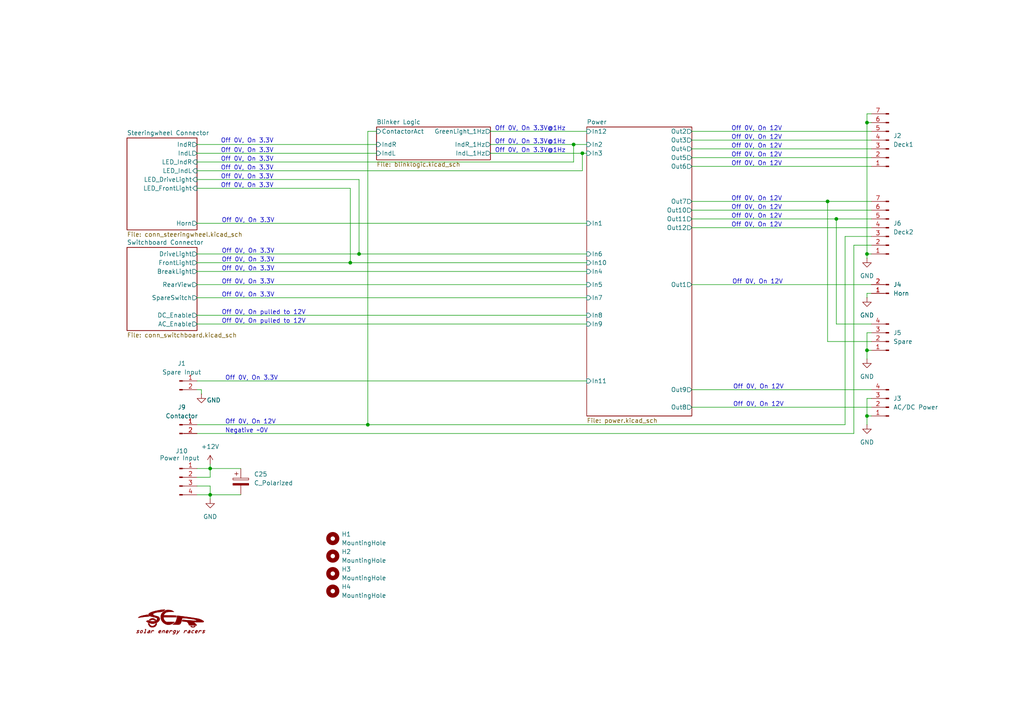
<source format=kicad_sch>
(kicad_sch
	(version 20250114)
	(generator "eeschema")
	(generator_version "9.0")
	(uuid "51b3c342-1c8f-498a-a363-405f5ee5d63b")
	(paper "A4")
	(title_block
		(title "ChassisBoard")
		(date "2025-11-06")
		(rev "0")
		(company "Solar Energy Racers")
	)
	(lib_symbols
		(symbol "Connector:Conn_01x02_Pin"
			(pin_names
				(offset 1.016)
				(hide yes)
			)
			(exclude_from_sim no)
			(in_bom yes)
			(on_board yes)
			(property "Reference" "J"
				(at 0 2.54 0)
				(effects
					(font
						(size 1.27 1.27)
					)
				)
			)
			(property "Value" "Conn_01x02_Pin"
				(at 0 -5.08 0)
				(effects
					(font
						(size 1.27 1.27)
					)
				)
			)
			(property "Footprint" ""
				(at 0 0 0)
				(effects
					(font
						(size 1.27 1.27)
					)
					(hide yes)
				)
			)
			(property "Datasheet" "~"
				(at 0 0 0)
				(effects
					(font
						(size 1.27 1.27)
					)
					(hide yes)
				)
			)
			(property "Description" "Generic connector, single row, 01x02, script generated"
				(at 0 0 0)
				(effects
					(font
						(size 1.27 1.27)
					)
					(hide yes)
				)
			)
			(property "ki_locked" ""
				(at 0 0 0)
				(effects
					(font
						(size 1.27 1.27)
					)
				)
			)
			(property "ki_keywords" "connector"
				(at 0 0 0)
				(effects
					(font
						(size 1.27 1.27)
					)
					(hide yes)
				)
			)
			(property "ki_fp_filters" "Connector*:*_1x??_*"
				(at 0 0 0)
				(effects
					(font
						(size 1.27 1.27)
					)
					(hide yes)
				)
			)
			(symbol "Conn_01x02_Pin_1_1"
				(rectangle
					(start 0.8636 0.127)
					(end 0 -0.127)
					(stroke
						(width 0.1524)
						(type default)
					)
					(fill
						(type outline)
					)
				)
				(rectangle
					(start 0.8636 -2.413)
					(end 0 -2.667)
					(stroke
						(width 0.1524)
						(type default)
					)
					(fill
						(type outline)
					)
				)
				(polyline
					(pts
						(xy 1.27 0) (xy 0.8636 0)
					)
					(stroke
						(width 0.1524)
						(type default)
					)
					(fill
						(type none)
					)
				)
				(polyline
					(pts
						(xy 1.27 -2.54) (xy 0.8636 -2.54)
					)
					(stroke
						(width 0.1524)
						(type default)
					)
					(fill
						(type none)
					)
				)
				(pin passive line
					(at 5.08 0 180)
					(length 3.81)
					(name "Pin_1"
						(effects
							(font
								(size 1.27 1.27)
							)
						)
					)
					(number "1"
						(effects
							(font
								(size 1.27 1.27)
							)
						)
					)
				)
				(pin passive line
					(at 5.08 -2.54 180)
					(length 3.81)
					(name "Pin_2"
						(effects
							(font
								(size 1.27 1.27)
							)
						)
					)
					(number "2"
						(effects
							(font
								(size 1.27 1.27)
							)
						)
					)
				)
			)
			(embedded_fonts no)
		)
		(symbol "Connector:Conn_01x04_Pin"
			(pin_names
				(offset 1.016)
				(hide yes)
			)
			(exclude_from_sim no)
			(in_bom yes)
			(on_board yes)
			(property "Reference" "J"
				(at 0 5.08 0)
				(effects
					(font
						(size 1.27 1.27)
					)
				)
			)
			(property "Value" "Conn_01x04_Pin"
				(at 0 -7.62 0)
				(effects
					(font
						(size 1.27 1.27)
					)
				)
			)
			(property "Footprint" ""
				(at 0 0 0)
				(effects
					(font
						(size 1.27 1.27)
					)
					(hide yes)
				)
			)
			(property "Datasheet" "~"
				(at 0 0 0)
				(effects
					(font
						(size 1.27 1.27)
					)
					(hide yes)
				)
			)
			(property "Description" "Generic connector, single row, 01x04, script generated"
				(at 0 0 0)
				(effects
					(font
						(size 1.27 1.27)
					)
					(hide yes)
				)
			)
			(property "ki_locked" ""
				(at 0 0 0)
				(effects
					(font
						(size 1.27 1.27)
					)
				)
			)
			(property "ki_keywords" "connector"
				(at 0 0 0)
				(effects
					(font
						(size 1.27 1.27)
					)
					(hide yes)
				)
			)
			(property "ki_fp_filters" "Connector*:*_1x??_*"
				(at 0 0 0)
				(effects
					(font
						(size 1.27 1.27)
					)
					(hide yes)
				)
			)
			(symbol "Conn_01x04_Pin_1_1"
				(rectangle
					(start 0.8636 2.667)
					(end 0 2.413)
					(stroke
						(width 0.1524)
						(type default)
					)
					(fill
						(type outline)
					)
				)
				(rectangle
					(start 0.8636 0.127)
					(end 0 -0.127)
					(stroke
						(width 0.1524)
						(type default)
					)
					(fill
						(type outline)
					)
				)
				(rectangle
					(start 0.8636 -2.413)
					(end 0 -2.667)
					(stroke
						(width 0.1524)
						(type default)
					)
					(fill
						(type outline)
					)
				)
				(rectangle
					(start 0.8636 -4.953)
					(end 0 -5.207)
					(stroke
						(width 0.1524)
						(type default)
					)
					(fill
						(type outline)
					)
				)
				(polyline
					(pts
						(xy 1.27 2.54) (xy 0.8636 2.54)
					)
					(stroke
						(width 0.1524)
						(type default)
					)
					(fill
						(type none)
					)
				)
				(polyline
					(pts
						(xy 1.27 0) (xy 0.8636 0)
					)
					(stroke
						(width 0.1524)
						(type default)
					)
					(fill
						(type none)
					)
				)
				(polyline
					(pts
						(xy 1.27 -2.54) (xy 0.8636 -2.54)
					)
					(stroke
						(width 0.1524)
						(type default)
					)
					(fill
						(type none)
					)
				)
				(polyline
					(pts
						(xy 1.27 -5.08) (xy 0.8636 -5.08)
					)
					(stroke
						(width 0.1524)
						(type default)
					)
					(fill
						(type none)
					)
				)
				(pin passive line
					(at 5.08 2.54 180)
					(length 3.81)
					(name "Pin_1"
						(effects
							(font
								(size 1.27 1.27)
							)
						)
					)
					(number "1"
						(effects
							(font
								(size 1.27 1.27)
							)
						)
					)
				)
				(pin passive line
					(at 5.08 0 180)
					(length 3.81)
					(name "Pin_2"
						(effects
							(font
								(size 1.27 1.27)
							)
						)
					)
					(number "2"
						(effects
							(font
								(size 1.27 1.27)
							)
						)
					)
				)
				(pin passive line
					(at 5.08 -2.54 180)
					(length 3.81)
					(name "Pin_3"
						(effects
							(font
								(size 1.27 1.27)
							)
						)
					)
					(number "3"
						(effects
							(font
								(size 1.27 1.27)
							)
						)
					)
				)
				(pin passive line
					(at 5.08 -5.08 180)
					(length 3.81)
					(name "Pin_4"
						(effects
							(font
								(size 1.27 1.27)
							)
						)
					)
					(number "4"
						(effects
							(font
								(size 1.27 1.27)
							)
						)
					)
				)
			)
			(embedded_fonts no)
		)
		(symbol "Connector:Conn_01x07_Pin"
			(pin_names
				(offset 1.016)
				(hide yes)
			)
			(exclude_from_sim no)
			(in_bom yes)
			(on_board yes)
			(property "Reference" "J"
				(at 0 10.16 0)
				(effects
					(font
						(size 1.27 1.27)
					)
				)
			)
			(property "Value" "Conn_01x07_Pin"
				(at 0 -10.16 0)
				(effects
					(font
						(size 1.27 1.27)
					)
				)
			)
			(property "Footprint" ""
				(at 0 0 0)
				(effects
					(font
						(size 1.27 1.27)
					)
					(hide yes)
				)
			)
			(property "Datasheet" "~"
				(at 0 0 0)
				(effects
					(font
						(size 1.27 1.27)
					)
					(hide yes)
				)
			)
			(property "Description" "Generic connector, single row, 01x07, script generated"
				(at 0 0 0)
				(effects
					(font
						(size 1.27 1.27)
					)
					(hide yes)
				)
			)
			(property "ki_locked" ""
				(at 0 0 0)
				(effects
					(font
						(size 1.27 1.27)
					)
				)
			)
			(property "ki_keywords" "connector"
				(at 0 0 0)
				(effects
					(font
						(size 1.27 1.27)
					)
					(hide yes)
				)
			)
			(property "ki_fp_filters" "Connector*:*_1x??_*"
				(at 0 0 0)
				(effects
					(font
						(size 1.27 1.27)
					)
					(hide yes)
				)
			)
			(symbol "Conn_01x07_Pin_1_1"
				(rectangle
					(start 0.8636 7.747)
					(end 0 7.493)
					(stroke
						(width 0.1524)
						(type default)
					)
					(fill
						(type outline)
					)
				)
				(rectangle
					(start 0.8636 5.207)
					(end 0 4.953)
					(stroke
						(width 0.1524)
						(type default)
					)
					(fill
						(type outline)
					)
				)
				(rectangle
					(start 0.8636 2.667)
					(end 0 2.413)
					(stroke
						(width 0.1524)
						(type default)
					)
					(fill
						(type outline)
					)
				)
				(rectangle
					(start 0.8636 0.127)
					(end 0 -0.127)
					(stroke
						(width 0.1524)
						(type default)
					)
					(fill
						(type outline)
					)
				)
				(rectangle
					(start 0.8636 -2.413)
					(end 0 -2.667)
					(stroke
						(width 0.1524)
						(type default)
					)
					(fill
						(type outline)
					)
				)
				(rectangle
					(start 0.8636 -4.953)
					(end 0 -5.207)
					(stroke
						(width 0.1524)
						(type default)
					)
					(fill
						(type outline)
					)
				)
				(rectangle
					(start 0.8636 -7.493)
					(end 0 -7.747)
					(stroke
						(width 0.1524)
						(type default)
					)
					(fill
						(type outline)
					)
				)
				(polyline
					(pts
						(xy 1.27 7.62) (xy 0.8636 7.62)
					)
					(stroke
						(width 0.1524)
						(type default)
					)
					(fill
						(type none)
					)
				)
				(polyline
					(pts
						(xy 1.27 5.08) (xy 0.8636 5.08)
					)
					(stroke
						(width 0.1524)
						(type default)
					)
					(fill
						(type none)
					)
				)
				(polyline
					(pts
						(xy 1.27 2.54) (xy 0.8636 2.54)
					)
					(stroke
						(width 0.1524)
						(type default)
					)
					(fill
						(type none)
					)
				)
				(polyline
					(pts
						(xy 1.27 0) (xy 0.8636 0)
					)
					(stroke
						(width 0.1524)
						(type default)
					)
					(fill
						(type none)
					)
				)
				(polyline
					(pts
						(xy 1.27 -2.54) (xy 0.8636 -2.54)
					)
					(stroke
						(width 0.1524)
						(type default)
					)
					(fill
						(type none)
					)
				)
				(polyline
					(pts
						(xy 1.27 -5.08) (xy 0.8636 -5.08)
					)
					(stroke
						(width 0.1524)
						(type default)
					)
					(fill
						(type none)
					)
				)
				(polyline
					(pts
						(xy 1.27 -7.62) (xy 0.8636 -7.62)
					)
					(stroke
						(width 0.1524)
						(type default)
					)
					(fill
						(type none)
					)
				)
				(pin passive line
					(at 5.08 7.62 180)
					(length 3.81)
					(name "Pin_1"
						(effects
							(font
								(size 1.27 1.27)
							)
						)
					)
					(number "1"
						(effects
							(font
								(size 1.27 1.27)
							)
						)
					)
				)
				(pin passive line
					(at 5.08 5.08 180)
					(length 3.81)
					(name "Pin_2"
						(effects
							(font
								(size 1.27 1.27)
							)
						)
					)
					(number "2"
						(effects
							(font
								(size 1.27 1.27)
							)
						)
					)
				)
				(pin passive line
					(at 5.08 2.54 180)
					(length 3.81)
					(name "Pin_3"
						(effects
							(font
								(size 1.27 1.27)
							)
						)
					)
					(number "3"
						(effects
							(font
								(size 1.27 1.27)
							)
						)
					)
				)
				(pin passive line
					(at 5.08 0 180)
					(length 3.81)
					(name "Pin_4"
						(effects
							(font
								(size 1.27 1.27)
							)
						)
					)
					(number "4"
						(effects
							(font
								(size 1.27 1.27)
							)
						)
					)
				)
				(pin passive line
					(at 5.08 -2.54 180)
					(length 3.81)
					(name "Pin_5"
						(effects
							(font
								(size 1.27 1.27)
							)
						)
					)
					(number "5"
						(effects
							(font
								(size 1.27 1.27)
							)
						)
					)
				)
				(pin passive line
					(at 5.08 -5.08 180)
					(length 3.81)
					(name "Pin_6"
						(effects
							(font
								(size 1.27 1.27)
							)
						)
					)
					(number "6"
						(effects
							(font
								(size 1.27 1.27)
							)
						)
					)
				)
				(pin passive line
					(at 5.08 -7.62 180)
					(length 3.81)
					(name "Pin_7"
						(effects
							(font
								(size 1.27 1.27)
							)
						)
					)
					(number "7"
						(effects
							(font
								(size 1.27 1.27)
							)
						)
					)
				)
			)
			(embedded_fonts no)
		)
		(symbol "Device:C_Polarized"
			(pin_numbers
				(hide yes)
			)
			(pin_names
				(offset 0.254)
			)
			(exclude_from_sim no)
			(in_bom yes)
			(on_board yes)
			(property "Reference" "C"
				(at 0.635 2.54 0)
				(effects
					(font
						(size 1.27 1.27)
					)
					(justify left)
				)
			)
			(property "Value" "C_Polarized"
				(at 0.635 -2.54 0)
				(effects
					(font
						(size 1.27 1.27)
					)
					(justify left)
				)
			)
			(property "Footprint" ""
				(at 0.9652 -3.81 0)
				(effects
					(font
						(size 1.27 1.27)
					)
					(hide yes)
				)
			)
			(property "Datasheet" "~"
				(at 0 0 0)
				(effects
					(font
						(size 1.27 1.27)
					)
					(hide yes)
				)
			)
			(property "Description" "Polarized capacitor"
				(at 0 0 0)
				(effects
					(font
						(size 1.27 1.27)
					)
					(hide yes)
				)
			)
			(property "ki_keywords" "cap capacitor"
				(at 0 0 0)
				(effects
					(font
						(size 1.27 1.27)
					)
					(hide yes)
				)
			)
			(property "ki_fp_filters" "CP_*"
				(at 0 0 0)
				(effects
					(font
						(size 1.27 1.27)
					)
					(hide yes)
				)
			)
			(symbol "C_Polarized_0_1"
				(rectangle
					(start -2.286 0.508)
					(end 2.286 1.016)
					(stroke
						(width 0)
						(type default)
					)
					(fill
						(type none)
					)
				)
				(polyline
					(pts
						(xy -1.778 2.286) (xy -0.762 2.286)
					)
					(stroke
						(width 0)
						(type default)
					)
					(fill
						(type none)
					)
				)
				(polyline
					(pts
						(xy -1.27 2.794) (xy -1.27 1.778)
					)
					(stroke
						(width 0)
						(type default)
					)
					(fill
						(type none)
					)
				)
				(rectangle
					(start 2.286 -0.508)
					(end -2.286 -1.016)
					(stroke
						(width 0)
						(type default)
					)
					(fill
						(type outline)
					)
				)
			)
			(symbol "C_Polarized_1_1"
				(pin passive line
					(at 0 3.81 270)
					(length 2.794)
					(name "~"
						(effects
							(font
								(size 1.27 1.27)
							)
						)
					)
					(number "1"
						(effects
							(font
								(size 1.27 1.27)
							)
						)
					)
				)
				(pin passive line
					(at 0 -3.81 90)
					(length 2.794)
					(name "~"
						(effects
							(font
								(size 1.27 1.27)
							)
						)
					)
					(number "2"
						(effects
							(font
								(size 1.27 1.27)
							)
						)
					)
				)
			)
			(embedded_fonts no)
		)
		(symbol "Imported_Symbols:LOGO"
			(pin_names
				(offset 1.016)
			)
			(exclude_from_sim no)
			(in_bom yes)
			(on_board yes)
			(property "Reference" "#G"
				(at 0 2.9821 0)
				(effects
					(font
						(size 1.27 1.27)
					)
					(hide yes)
				)
			)
			(property "Value" "LOGO"
				(at 0 -2.9821 0)
				(effects
					(font
						(size 1.27 1.27)
					)
					(hide yes)
				)
			)
			(property "Footprint" ""
				(at 0 0 0)
				(effects
					(font
						(size 1.27 1.27)
					)
					(hide yes)
				)
			)
			(property "Datasheet" ""
				(at 0 0 0)
				(effects
					(font
						(size 1.27 1.27)
					)
					(hide yes)
				)
			)
			(property "Description" ""
				(at 0 0 0)
				(effects
					(font
						(size 1.27 1.27)
					)
					(hide yes)
				)
			)
			(symbol "LOGO_0_0"
				(polyline
					(pts
						(xy -9.5354 -3.2731) (xy -9.3896 -3.2121) (xy -9.3274 -3.1579) (xy -9.2711 -3.0323) (xy -9.3155 -2.9047)
						(xy -9.4581 -2.7902) (xy -9.4826 -2.7767) (xy -9.6099 -2.6903) (xy -9.6343 -2.6327) (xy -9.5567 -2.6057)
						(xy -9.3777 -2.611) (xy -9.2641 -2.6188) (xy -9.1461 -2.6095) (xy -9.1098 -2.57) (xy -9.1377 -2.5079)
						(xy -9.2405 -2.456) (xy -9.3882 -2.4391) (xy -9.5481 -2.4601) (xy -9.6873 -2.5215) (xy -9.7344 -2.5592)
						(xy -9.7993 -2.6704) (xy -9.7577 -2.7826) (xy -9.6102 -2.8936) (xy -9.4761 -2.9843) (xy -9.4463 -3.0519)
						(xy -9.5207 -3.0959) (xy -9.6992 -3.1154) (xy -9.7784 -3.1179) (xy -9.9278 -3.1253) (xy -9.9962 -3.1392)
						(xy -10.003 -3.1668) (xy -9.9672 -3.2151) (xy -9.8709 -3.2712) (xy -9.7105 -3.2929) (xy -9.5354 -3.2731)
					)
					(stroke
						(width 0.01)
						(type default)
					)
					(fill
						(type outline)
					)
				)
				(polyline
					(pts
						(xy -9.2968 1.1706) (xy -9.1526 1.1932) (xy -8.9333 1.2299) (xy -8.6236 1.2821) (xy -8.6194 1.2828)
						(xy -8.2555 1.3384) (xy -7.8368 1.3941) (xy -7.4147 1.4435) (xy -7.0406 1.48) (xy -6.2306 1.5482)
						(xy -6.4109 1.7182) (xy -6.4613 1.7695) (xy -6.5543 1.8908) (xy -6.5912 1.9827) (xy -6.5911 1.9974)
						(xy -6.5945 2.0277) (xy -6.6133 2.0474) (xy -6.6603 2.0553) (xy -6.7484 2.0502) (xy -6.8905 2.031)
						(xy -7.0995 1.9965) (xy -7.3883 1.9456) (xy -7.7697 1.8772) (xy -7.9411 1.8451) (xy -8.3807 1.7468)
						(xy -8.7373 1.6381) (xy -9.0288 1.5127) (xy -9.2732 1.3646) (xy -9.2939 1.3494) (xy -9.3916 1.2634)
						(xy -9.4313 1.2021) (xy -9.4323 1.1901) (xy -9.4338 1.1718) (xy -9.4221 1.1615) (xy -9.3815 1.1606)
						(xy -9.2968 1.1706)
					)
					(stroke
						(width 0.01)
						(type default)
					)
					(fill
						(type outline)
					)
				)
				(polyline
					(pts
						(xy -8.4659 -3.2541) (xy -8.3058 -3.1428) (xy -8.1871 -2.9816) (xy -8.1176 -2.7994) (xy -8.1063 -2.6303)
						(xy -8.1605 -2.507) (xy -8.2698 -2.4543) (xy -8.4306 -2.4588) (xy -8.5969 -2.5212) (xy -8.7309 -2.6331)
						(xy -8.7998 -2.7424) (xy -8.8653 -2.9232) (xy -8.8793 -3.0694) (xy -8.7318 -3.0694) (xy -8.7175 -2.9424)
						(xy -8.7147 -2.9261) (xy -8.6744 -2.777) (xy -8.6235 -2.6745) (xy -8.5606 -2.6324) (xy -8.4349 -2.6025)
						(xy -8.3077 -2.6059) (xy -8.2294 -2.6463) (xy -8.2252 -2.6561) (xy -8.2296 -2.7515) (xy -8.2674 -2.8867)
						(xy -8.3233 -3.0159) (xy -8.3817 -3.0937) (xy -8.4615 -3.1205) (xy -8.5943 -3.1339) (xy -8.6156 -3.134)
						(xy -8.7045 -3.1228) (xy -8.7318 -3.0694) (xy -8.8793 -3.0694) (xy -8.8816 -3.0936) (xy -8.8414 -3.2157)
						(xy -8.7833 -3.2637) (xy -8.6357 -3.2958) (xy -8.4659 -3.2541)
					)
					(stroke
						(width 0.01)
						(type default)
					)
					(fill
						(type outline)
					)
				)
				(polyline
					(pts
						(xy -7.4917 -3.2933) (xy -7.3456 -3.2719) (xy -7.2599 -3.2351) (xy -7.2499 -3.1923) (xy -7.331 -3.153)
						(xy -7.3371 -3.1514) (xy -7.3837 -3.1329) (xy -7.4036 -3.0955) (xy -7.3948 -3.0186) (xy -7.3551 -2.8816)
						(xy -7.2826 -2.6638) (xy -7.207 -2.4226) (xy -7.1726 -2.253) (xy -7.186 -2.1571) (xy -7.2493 -2.1227)
						(xy -7.3643 -2.1376) (xy -7.4111 -2.1524) (xy -7.49 -2.2051) (xy -7.4883 -2.2551) (xy -7.3998 -2.2774)
						(xy -7.36 -2.2806) (xy -7.3337 -2.3046) (xy -7.3366 -2.3697) (xy -7.3706 -2.4961) (xy -7.4372 -2.7037)
						(xy -7.4827 -2.837) (xy -7.5546 -3.013) (xy -7.6182 -3.1104) (xy -7.6827 -3.1458) (xy -7.7452 -3.1659)
						(xy -7.8106 -3.2285) (xy -7.8069 -3.2574) (xy -7.7325 -3.2865) (xy -7.5634 -3.2955) (xy -7.4917 -3.2933)
					)
					(stroke
						(width 0.01)
						(type default)
					)
					(fill
						(type outline)
					)
				)
				(polyline
					(pts
						(xy -6.4076 -3.2763) (xy -6.1436 -3.2647) (xy -6.0501 -2.9988) (xy -6.0416 -2.9744) (xy -5.973 -2.747)
						(xy -5.9556 -2.5965) (xy -5.9903 -2.5067) (xy -6.0779 -2.4612) (xy -6.1973 -2.4426) (xy -6.3418 -2.4614)
						(xy -6.4171 -2.5319) (xy -6.394 -2.5808) (xy -6.2742 -2.5989) (xy -6.1555 -2.6162) (xy -6.1089 -2.6793)
						(xy -6.1133 -2.7035) (xy -6.1758 -2.7467) (xy -6.3257 -2.7596) (xy -6.3349 -2.7597) (xy -6.5265 -2.7905)
						(xy -6.674 -2.8912) (xy -6.7125 -2.9339) (xy -6.7732 -3.041) (xy -6.6349 -3.041) (xy -6.589 -2.9815)
						(xy -6.4846 -2.9377) (xy -6.3615 -2.9218) (xy -6.259 -2.9383) (xy -6.2161 -2.9918) (xy -6.2269 -3.0339)
						(xy -6.3009 -3.1022) (xy -6.3795 -3.1219) (xy -6.5191 -3.1347) (xy -6.5203 -3.1347) (xy -6.619 -3.1136)
						(xy -6.6349 -3.041) (xy -6.7732 -3.041) (xy -6.789 -3.0689) (xy -6.7994 -3.1875) (xy -6.7386 -3.2604)
						(xy -6.7033 -3.2686) (xy -6.5757 -3.2778) (xy -6.4076 -3.2763)
					)
					(stroke
						(width 0.01)
						(type default)
					)
					(fill
						(type outline)
					)
				)
				(polyline
					(pts
						(xy -5.7082 -3.2661) (xy -5.6439 -3.1726) (xy -5.586 -3.0397) (xy -5.5742 -3.008) (xy -5.4931 -2.8688)
						(xy -5.3821 -2.7465) (xy -5.2611 -2.6539) (xy -5.15 -2.6039) (xy -5.0687 -2.6096) (xy -5.0372 -2.6837)
						(xy -5.0284 -2.7286) (xy -4.9821 -2.7486) (xy -4.9242 -2.7049) (xy -4.8867 -2.6127) (xy -4.8909 -2.5463)
						(xy -4.9598 -2.4749) (xy -5.0868 -2.4632) (xy -5.2489 -2.5171) (xy -5.2496 -2.5175) (xy -5.359 -2.5691)
						(xy -5.4037 -2.5666) (xy -5.4123 -2.5084) (xy -5.4126 -2.4865) (xy -5.428 -2.4448) (xy -5.484 -2.4936)
						(xy -5.505 -2.523) (xy -5.568 -2.6444) (xy -5.6423 -2.8141) (xy -5.7132 -2.9959) (xy -5.7665 -3.1537)
						(xy -5.7874 -3.2512) (xy -5.7871 -3.2619) (xy -5.7617 -3.3019) (xy -5.7082 -3.2661)
					)
					(stroke
						(width 0.01)
						(type default)
					)
					(fill
						(type outline)
					)
				)
				(polyline
					(pts
						(xy -5.1786 -1.6132) (xy -4.8631 -1.5451) (xy -4.5788 -1.4218) (xy -4.36 -1.251) (xy -4.2404 -1.0901)
						(xy -4.1302 -0.891) (xy -4.05 -0.6951) (xy -4.0191 -0.5422) (xy -4.0199 -0.4899) (xy -4.0368 -0.4409)
						(xy -4.0974 -0.4442) (xy -4.2297 -0.4932) (xy -4.3833 -0.5776) (xy -4.5045 -0.7311) (xy -4.559 -0.8326)
						(xy -4.7362 -1.021) (xy -4.9728 -1.1609) (xy -5.2383 -1.237) (xy -5.5024 -1.2341) (xy -5.6096 -1.2002)
						(xy -5.8088 -1.0815) (xy -5.9868 -0.916) (xy -6.1038 -0.737) (xy -6.1974 -0.6118) (xy -6.3783 -0.4996)
						(xy -6.4441 -0.4722) (xy -6.5438 -0.4381) (xy -6.5838 -0.4486) (xy -6.5912 -0.5044) (xy -6.5863 -0.5481)
						(xy -6.5344 -0.7047) (xy -6.441 -0.8987) (xy -6.3246 -1.0969) (xy -6.204 -1.2664) (xy -6.098 -1.3742)
						(xy -6.0937 -1.3772) (xy -5.922 -1.4797) (xy -5.74 -1.5637) (xy -5.4913 -1.6184) (xy -5.1786 -1.6132)
					)
					(stroke
						(width 0.01)
						(type default)
					)
					(fill
						(type outline)
					)
				)
				(polyline
					(pts
						(xy -5.0169 -0.5364) (xy -4.7961 -0.5065) (xy -4.7015 -0.491) (xy -4.3126 -0.3872) (xy -3.9638 -0.2308)
						(xy -3.6663 -0.0322) (xy -3.4312 0.1982) (xy -3.2697 0.45) (xy -3.1926 0.7128) (xy -3.2112 0.9764)
						(xy -3.2166 0.9962) (xy -3.2691 1.1559) (xy -3.3375 1.2825) (xy -3.4364 1.3853) (xy -3.5808 1.4736)
						(xy -3.7854 1.5566) (xy -4.0651 1.6438) (xy -4.4347 1.7443) (xy -4.4942 1.7606) (xy -4.713 1.8303)
						(xy -4.8968 1.9032) (xy -5.0108 1.9658) (xy -5.1021 2.0585) (xy -5.142 2.1865) (xy -5.083 2.3102)
						(xy -4.9301 2.4275) (xy -4.6881 2.5363) (xy -4.362 2.6346) (xy -3.9566 2.7203) (xy -3.4768 2.7914)
						(xy -2.9275 2.8457) (xy -2.86 2.851) (xy -2.6568 2.871) (xy -2.5075 2.9008) (xy -2.377 2.9538)
						(xy -2.23 3.043) (xy -2.0313 3.1816) (xy -1.9505 3.2402) (xy -1.7773 3.3774) (xy -1.6773 3.477)
						(xy -1.66 3.5302) (xy -1.7029 3.5451) (xy -1.844 3.5514) (xy -2.0634 3.5406) (xy -2.3454 3.5144)
						(xy -2.6738 3.4748) (xy -3.0326 3.4234) (xy -3.406 3.362) (xy -3.7779 3.2926) (xy -4.4237 3.1521)
						(xy -5.0079 2.9987) (xy -5.4969 2.8396) (xy -5.889 2.676) (xy -6.1826 2.5087) (xy -6.3759 2.3388)
						(xy -6.4671 2.1672) (xy -6.4546 1.995) (xy -6.3367 1.823) (xy -6.2891 1.7766) (xy -6.2199 1.7187)
						(xy -6.1391 1.6695) (xy -6.0311 1.6234) (xy -5.8805 1.5752) (xy -5.6717 1.5194) (xy -5.3894 1.4507)
						(xy -5.0181 1.3636) (xy -4.7758 1.3056) (xy -4.4997 1.2355) (xy -4.2723 1.173) (xy -4.1121 1.1235)
						(xy -4.038 1.0921) (xy -4.0059 1.0586) (xy -3.9582 0.9194) (xy -3.9827 0.7457) (xy -4.0694 0.5606)
						(xy -4.2087 0.3874) (xy -4.3909 0.2495) (xy -4.6265 0.1578) (xy -4.9467 0.1022) (xy -5.3059 0.0909)
						(xy -5.6738 0.1229) (xy -6.0207 0.1972) (xy -6.3163 0.3128) (xy -6.5659 0.4434) (xy -6.8522 0.2983)
						(xy -7.1385 0.1532) (xy -6.9649 0.0071) (xy -6.6113 -0.2281) (xy -6.1748 -0.4053) (xy -5.6806 -0.5104)
						(xy -5.5155 -0.5311) (xy -5.3323 -0.5485) (xy -5.1809 -0.5504) (xy -5.0169 -0.5364)
					)
					(stroke
						(width 0.01)
						(type default)
					)
					(fill
						(type outline)
					)
				)
				(polyline
					(pts
						(xy -4.4255 0.3771) (xy -4.4238 0.3782) (xy -4.3271 0.4527) (xy -4.287 0.5053) (xy -4.2926 0.5249)
						(xy -4.3594 0.6088) (xy -4.4796 0.7173) (xy -4.6255 0.8268) (xy -4.7693 0.9137) (xy -4.8119 0.9329)
						(xy -5.0418 0.9893) (xy -5.3132 1.0038) (xy -5.5799 0.9766) (xy -5.7956 0.9079) (xy -5.8738 0.8666)
						(xy -6.085 0.7373) (xy -6.2213 0.623) (xy -6.2697 0.534) (xy -6.2697 0.5337) (xy -6.2262 0.458)
						(xy -6.1223 0.3813) (xy -6.0692 0.3551) (xy -5.9719 0.3325) (xy -5.8946 0.3731) (xy -5.785 0.4558)
						(xy -5.5058 0.5794) (xy -5.2111 0.6053) (xy -4.9204 0.5336) (xy -4.6532 0.3645) (xy -4.6042 0.3276)
						(xy -4.5318 0.3195) (xy -4.4255 0.3771)
					)
					(stroke
						(width 0.01)
						(type default)
					)
					(fill
						(type outline)
					)
				)
				(polyline
					(pts
						(xy -3.1048 -3.2704) (xy -2.9863 -3.2322) (xy -2.9575 -3.1875) (xy -3.0221 -3.1503) (xy -3.184 -3.1347)
						(xy -3.2811 -3.1319) (xy -3.3953 -3.1085) (xy -3.4296 -3.0572) (xy -3.4154 -3.022) (xy -3.3284 -2.9839)
						(xy -3.1493 -2.9634) (xy -3.053 -2.9566) (xy -2.9269 -2.9343) (xy -2.8589 -2.8865) (xy -2.8165 -2.797)
						(xy -2.7957 -2.7025) (xy -2.8231 -2.5622) (xy -2.9167 -2.4722) (xy -3.0544 -2.4409) (xy -3.2138 -2.4764)
						(xy -3.3728 -2.5874) (xy -3.4828 -2.7337) (xy -3.4854 -2.74) (xy -3.3705 -2.74) (xy -3.2989 -2.6552)
						(xy -3.1987 -2.6125) (xy -3.0725 -2.6094) (xy -2.9656 -2.6425) (xy -2.9205 -2.7061) (xy -2.9236 -2.7255)
						(xy -2.9891 -2.7768) (xy -3.1483 -2.8029) (xy -3.2129 -2.8059) (xy -3.3414 -2.7907) (xy -3.3705 -2.74)
						(xy -3.4854 -2.74) (xy -3.5582 -2.9164) (xy -3.5783 -3.0894) (xy -3.5342 -3.2183) (xy -3.527 -3.2262)
						(xy -3.4168 -3.2785) (xy -3.2241 -3.2847) (xy -3.1048 -3.2704)
					)
					(stroke
						(width 0.01)
						(type default)
					)
					(fill
						(type outline)
					)
				)
				(polyline
					(pts
						(xy -2.5125 -3.2582) (xy -2.4574 -3.1653) (xy -2.4036 -3.0223) (xy -2.3703 -2.9371) (xy -2.2563 -2.7682)
						(xy -2.11 -2.646) (xy -1.9611 -2.5989) (xy -1.906 -2.6118) (xy -1.8806 -2.6694) (xy -1.8957 -2.7902)
						(xy -1.9508 -2.9923) (xy -1.9735 -3.0784) (xy -1.9927 -3.2073) (xy -1.9802 -3.2703) (xy -1.9597 -3.2762)
						(xy -1.9013 -3.226) (xy -1.8368 -3.0761) (xy -1.7644 -2.8232) (xy -1.7447 -2.7424) (xy -1.7203 -2.607)
						(xy -1.7288 -2.5325) (xy -1.7708 -2.4895) (xy -1.8329 -2.4685) (xy -1.956 -2.4778) (xy -2.0551 -2.5003)
						(xy -2.2082 -2.5112) (xy -2.2835 -2.517) (xy -2.3445 -2.5569) (xy -2.3982 -2.654) (xy -2.4628 -2.8314)
						(xy -2.5134 -2.9897) (xy -2.5559 -3.142) (xy -2.5722 -3.2287) (xy -2.5553 -3.2844) (xy -2.5125 -3.2582)
					)
					(stroke
						(width 0.01)
						(type default)
					)
					(fill
						(type outline)
					)
				)
				(polyline
					(pts
						(xy -1.1129 -3.2848) (xy -0.9692 -3.2689) (xy -0.8481 -3.2325) (xy -0.8185 -3.1891) (xy -0.8847 -3.1494)
						(xy -1.0508 -3.1244) (xy -1.1969 -3.107) (xy -1.313 -3.0683) (xy -1.3267 -3.0246) (xy -1.2384 -2.9888)
						(xy -1.0482 -2.974) (xy -0.9127 -2.9719) (xy -0.7968 -2.9558) (xy -0.734 -2.913) (xy -0.6932 -2.8308)
						(xy -0.6537 -2.6648) (xy -0.6925 -2.5453) (xy -0.8199 -2.4683) (xy -0.9618 -2.4477) (xy -1.1459 -2.5036)
						(xy -1.3042 -2.6431) (xy -1.3297 -2.6908) (xy -1.2337 -2.6908) (xy -1.1478 -2.6314) (xy -1.1219 -2.6221)
						(xy -0.9627 -2.5948) (xy -0.848 -2.6247) (xy -0.8039 -2.7061) (xy -0.816 -2.7679) (xy -0.878 -2.8042)
						(xy -1.0182 -2.8132) (xy -1.1401 -2.799) (xy -1.227 -2.7526) (xy -1.2337 -2.6908) (xy -1.3297 -2.6908)
						(xy -1.4162 -2.8529) (xy -1.4383 -2.9223) (xy -1.4678 -3.0845) (xy -1.4423 -3.1969) (xy -1.4381 -3.2045)
						(xy -1.3823 -3.2634) (xy -1.2845 -3.2873) (xy -1.1129 -3.2848)
					)
					(stroke
						(width 0.01)
						(type default)
					)
					(fill
						(type outline)
					)
				)
				(polyline
					(pts
						(xy -0.4067 -3.2712) (xy -0.3392 -3.1781) (xy -0.2712 -3.0358) (xy -0.2676 -3.0268) (xy -0.1849 -2.8807)
						(xy -0.0737 -2.7528) (xy 0.0466 -2.6558) (xy 0.1566 -2.6027) (xy 0.2368 -2.6062) (xy 0.2679 -2.6793)
						(xy 0.2772 -2.7167) (xy 0.3482 -2.7596) (xy 0.4 -2.7343) (xy 0.4286 -2.6293) (xy 0.4227 -2.5764)
						(xy 0.3554 -2.4827) (xy 0.2272 -2.4612) (xy 0.0562 -2.5171) (xy 0.0555 -2.5175) (xy -0.0539 -2.5691)
						(xy -0.0987 -2.5666) (xy -0.1072 -2.5084) (xy -0.1167 -2.4558) (xy -0.1548 -2.461) (xy -0.2131 -2.541)
						(xy -0.2814 -2.6812) (xy -0.3499 -2.8668) (xy -0.3906 -2.993) (xy -0.4411 -3.146) (xy -0.4719 -3.2358)
						(xy -0.4773 -3.2733) (xy -0.4299 -3.287) (xy -0.4067 -3.2712)
					)
					(stroke
						(width 0.01)
						(type default)
					)
					(fill
						(type outline)
					)
				)
				(polyline
					(pts
						(xy -0.0644 -0.7863) (xy 0.4018 -0.6011) (xy 0.8707 -0.3103) (xy 0.9816 -0.225) (xy 1.0852 -0.1333)
						(xy 1.1252 -0.0803) (xy 1.1123 -0.0738) (xy 1.0136 -0.0624) (xy 0.8304 -0.0533) (xy 0.5779 -0.047)
						(xy 0.2713 -0.044) (xy -0.0743 -0.0446) (xy -1.2738 -0.0535) (xy -1.5077 0.114) (xy -1.5943 0.1816)
						(xy -1.8313 0.4375) (xy -1.9985 0.735) (xy -2.0778 1.0446) (xy -2.1034 1.3115) (xy -0.2346 1.3256)
						(xy 1.6343 1.3397) (xy 1.6504 1.5593) (xy 1.6665 1.7789) (xy 1.2217 1.8135) (xy 1.0991 1.8207)
						(xy 0.855 1.8296) (xy 0.5396 1.8372) (xy 0.1732 1.8431) (xy -0.2234 1.847) (xy -0.6297 1.8485)
						(xy -0.9884 1.8495) (xy -1.3283 1.8525) (xy -1.6171 1.8571) (xy -1.8407 1.863) (xy -1.9851 1.87)
						(xy -2.0364 1.8777) (xy -2.0298 1.9152) (xy -1.9711 2.0443) (xy -1.8684 2.2065) (xy -1.7426 2.3707)
						(xy -1.6147 2.5059) (xy -1.5457 2.565) (xy -1.3891 2.6726) (xy -1.2117 2.7524) (xy -0.9963 2.8082)
						(xy -0.7257 2.8438) (xy -0.3827 2.8628) (xy 0.0498 2.8691) (xy 0.9377 2.8713) (xy 0.7533 3.0289)
						(xy 0.6025 3.1388) (xy 0.2517 3.2989) (xy -0.1822 3.3959) (xy -0.6967 3.4288) (xy -0.7011 3.4288)
						(xy -0.9625 3.4266) (xy -1.1505 3.4149) (xy -1.2985 3.3879) (xy -1.4398 3.3395) (xy -1.6077 3.2636)
						(xy -1.9057 3.092) (xy -2.2045 2.8668) (xy -2.4668 2.618) (xy -2.6597 2.3734) (xy -2.7244 2.2582)
						(xy -2.8538 1.9142) (xy -2.9248 1.5316) (xy -2.9282 1.1523) (xy -2.9076 1.0007) (xy -2.7822 0.5778)
						(xy -2.5688 0.1818) (xy -2.2814 -0.1721) (xy -1.9341 -0.4683) (xy -1.5409 -0.6917) (xy -1.1159 -0.8268)
						(xy -1.009 -0.8454) (xy -0.5329 -0.8673) (xy -0.0644 -0.7863)
					)
					(stroke
						(width 0.01)
						(type default)
					)
					(fill
						(type outline)
					)
				)
				(polyline
					(pts
						(xy 0.9277 -3.5862) (xy 1.0756 -3.5258) (xy 1.1547 -3.4642) (xy 1.2286 -3.362) (xy 1.303 -3.2005)
						(xy 1.3902 -2.9573) (xy 1.4631 -2.7359) (xy 1.5029 -2.5979) (xy 1.5117 -2.5256) (xy 1.4917 -2.5015)
						(xy 1.4449 -2.5077) (xy 1.3791 -2.5147) (xy 1.3097 -2.4867) (xy 1.2835 -2.4565) (xy 1.1799 -2.4293)
						(xy 1.0469 -2.4707) (xy 0.9075 -2.5665) (xy 0.7847 -2.7025) (xy 0.7015 -2.8643) (xy 0.6714 -2.9754)
						(xy 0.6752 -3.0172) (xy 0.8275 -3.0172) (xy 0.8367 -2.9213) (xy 0.8812 -2.7851) (xy 0.9361 -2.6732)
						(xy 1.0056 -2.6127) (xy 1.1106 -2.6086) (xy 1.2229 -2.6549) (xy 1.2818 -2.7577) (xy 1.2658 -2.8824)
						(xy 1.17 -2.9956) (xy 1.0509 -3.0581) (xy 0.9177 -3.0777) (xy 0.832 -3.0299) (xy 0.8275 -3.0172)
						(xy 0.6752 -3.0172) (xy 0.68 -3.0695) (xy 0.749 -3.1574) (xy 0.8038 -3.2065) (xy 0.8926 -3.2375)
						(xy 1.018 -3.2048) (xy 1.0677 -3.1871) (xy 1.1584 -3.1722) (xy 1.1661 -3.2197) (xy 1.0954 -3.3372)
						(xy 1.0799 -3.3577) (xy 0.9728 -3.4342) (xy 0.8038 -3.4563) (xy 0.7827 -3.4565) (xy 0.6301 -3.4757)
						(xy 0.5554 -3.5204) (xy 0.573 -3.5828) (xy 0.6275 -3.6089) (xy 0.7641 -3.6155) (xy 0.9277 -3.5862)
					)
					(stroke
						(width 0.01)
						(type default)
					)
					(fill
						(type outline)
					)
				)
				(polyline
					(pts
						(xy 1.717 -3.6072) (xy 1.8316 -3.55) (xy 1.8644 -3.5185) (xy 1.9617 -3.4096) (xy 2.0944 -3.2508)
						(xy 2.2437 -3.0643) (xy 2.288 -3.0072) (xy 2.4559 -2.7763) (xy 2.5492 -2.6158) (xy 2.5695 -2.5221)
						(xy 2.5185 -2.4917) (xy 2.5059 -2.493) (xy 2.4649 -2.5365) (xy 2.444 -2.5833) (xy 2.372 -2.6936)
						(xy 2.2664 -2.8361) (xy 2.1874 -2.935) (xy 2.1065 -3.0204) (xy 2.0593 -3.0358) (xy 2.029 -2.9923)
						(xy 2.0253 -2.982) (xy 1.9991 -2.854) (xy 1.9864 -2.6927) (xy 1.9849 -2.6566) (xy 1.9648 -2.5391)
						(xy 1.9301 -2.4917) (xy 1.8906 -2.5106) (xy 1.8508 -2.6121) (xy 1.8429 -2.7826) (xy 1.8696 -3.0008)
						(xy 1.8829 -3.0889) (xy 1.8735 -3.29) (xy 1.7961 -3.414) (xy 1.6528 -3.4563) (xy 1.5981 -3.4698)
						(xy 1.5539 -3.5366) (xy 1.5562 -3.5557) (xy 1.6127 -3.6084) (xy 1.717 -3.6072)
					)
					(stroke
						(width 0.01)
						(type default)
					)
					(fill
						(type outline)
					)
				)
				(polyline
					(pts
						(xy 3.9047 -3.2023) (xy 3.9727 -3.0243) (xy 4.0427 -2.868) (xy 4.2082 -2.705) (xy 4.3202 -2.6447)
						(xy 4.4507 -2.6026) (xy 4.5289 -2.6136) (xy 4.5354 -2.6793) (xy 4.5292 -2.7241) (xy 4.5833 -2.7596)
						(xy 4.6432 -2.718) (xy 4.6614 -2.6233) (xy 4.6389 -2.5208) (xy 4.5767 -2.4556) (xy 4.5635 -2.452)
						(xy 4.4505 -2.4608) (xy 4.3088 -2.51) (xy 4.2848 -2.5214) (xy 4.1781 -2.5663) (xy 4.1344 -2.5614)
						(xy 4.1261 -2.5062) (xy 4.1257 -2.4837) (xy 4.1099 -2.4444) (xy 4.0525 -2.4936) (xy 4.0519 -2.4942)
						(xy 3.9989 -2.5816) (xy 3.9354 -2.7269) (xy 3.8722 -2.899) (xy 3.8198 -3.0666) (xy 3.7889 -3.1984)
						(xy 3.7901 -3.2632) (xy 3.839 -3.2777) (xy 3.9047 -3.2023)
					)
					(stroke
						(width 0.01)
						(type default)
					)
					(fill
						(type outline)
					)
				)
				(polyline
					(pts
						(xy 5.2326 -3.2811) (xy 5.5195 -3.2687) (xy 5.6316 -2.9319) (xy 5.6651 -2.8241) (xy 5.703 -2.6293)
						(xy 5.6783 -2.5096) (xy 5.586 -2.4534) (xy 5.4209 -2.4488) (xy 5.3867 -2.4525) (xy 5.2562 -2.488)
						(xy 5.2083 -2.5369) (xy 5.2482 -2.5802) (xy 5.3809 -2.5989) (xy 5.4057 -2.5992) (xy 5.5333 -2.6205)
						(xy 5.5729 -2.6793) (xy 5.5655 -2.7097) (xy 5.4971 -2.7482) (xy 5.3419 -2.7596) (xy 5.1547 -2.7814)
						(xy 4.9936 -2.8689) (xy 4.9743 -2.8887) (xy 4.8991 -3.0177) (xy 4.895 -3.041) (xy 5.047 -3.041)
						(xy 5.0928 -2.9815) (xy 5.1973 -2.9377) (xy 5.3204 -2.9218) (xy 5.4229 -2.9383) (xy 5.4657 -2.9918)
						(xy 5.4549 -3.0339) (xy 5.381 -3.1022) (xy 5.3024 -3.1219) (xy 5.1627 -3.1347) (xy 5.1616 -3.1347)
						(xy 5.0629 -3.1136) (xy 5.047 -3.041) (xy 4.895 -3.041) (xy 4.8748 -3.1561) (xy 4.911 -3.2588)
						(xy 4.9464 -3.2711) (xy 5.0659 -3.282) (xy 5.2326 -3.2811)
					)
					(stroke
						(width 0.01)
						(type default)
					)
					(fill
						(type outline)
					)
				)
				(polyline
					(pts
						(xy 6.4174 -3.2749) (xy 6.5373 -3.2375) (xy 6.5823 -3.191) (xy 6.5442 -3.1515) (xy 6.4145 -3.1347)
						(xy 6.3954 -3.1345) (xy 6.2279 -3.097) (xy 6.1358 -3.0059) (xy 6.1332 -2.8742) (xy 6.1965 -2.7558)
						(xy 6.3414 -2.6547) (xy 6.5721 -2.6007) (xy 6.6116 -2.5953) (xy 6.7574 -2.5592) (xy 6.815 -2.5157)
						(xy 6.7792 -2.4757) (xy 6.6447 -2.4503) (xy 6.5785 -2.4496) (xy 6.3528 -2.5086) (xy 6.1566 -2.6477)
						(xy 6.0223 -2.8463) (xy 5.9754 -2.9777) (xy 5.9763 -3.0703) (xy 6.0287 -3.1695) (xy 6.0883 -3.2426)
						(xy 6.1816 -3.2845) (xy 6.3355 -3.285) (xy 6.4174 -3.2749)
					)
					(stroke
						(width 0.01)
						(type default)
					)
					(fill
						(type outline)
					)
				)
				(polyline
					(pts
						(xy 6.5824 -1.624) (xy 6.816 -1.5671) (xy 7.0044 -1.4693) (xy 7.1184 -1.337) (xy 7.1488 -1.2599)
						(xy 7.1308 -1.2142) (xy 7.0269 -1.2056) (xy 6.9048 -1.2316) (xy 6.7786 -1.3128) (xy 6.6581 -1.392)
						(xy 6.4589 -1.42) (xy 6.2952 -1.4022) (xy 6.1211 -1.3128) (xy 6.1188 -1.3107) (xy 6.0032 -1.2395)
						(xy 5.8769 -1.2082) (xy 5.7754 -1.2199) (xy 5.7337 -1.2777) (xy 5.7762 -1.3762) (xy 5.8933 -1.4854)
						(xy 6.0563 -1.5745) (xy 6.0958 -1.589) (xy 6.3326 -1.6335) (xy 6.5824 -1.624)
					)
					(stroke
						(width 0.01)
						(type default)
					)
					(fill
						(type outline)
					)
				)
				(polyline
					(pts
						(xy 7.4529 -3.2805) (xy 7.5837 -3.2523) (xy 7.6497 -3.2017) (xy 7.6496 -3.1782) (xy 7.5857 -3.1451)
						(xy 7.4261 -3.1347) (xy 7.3291 -3.1319) (xy 7.2149 -3.1085) (xy 7.1805 -3.0572) (xy 7.1947 -3.022)
						(xy 7.2818 -2.9839) (xy 7.4608 -2.9634) (xy 7.5571 -2.9566) (xy 7.6832 -2.9343) (xy 7.7512 -2.8865)
						(xy 7.7937 -2.797) (xy 7.8139 -2.7069) (xy 7.7878 -2.5657) (xy 7.6951 -2.4739) (xy 7.5581 -2.4404)
						(xy 7.3995 -2.4739) (xy 7.2417 -2.583) (xy 7.2378 -2.587) (xy 7.1288 -2.74) (xy 7.2396 -2.74)
						(xy 7.3112 -2.6552) (xy 7.4115 -2.6125) (xy 7.5377 -2.6094) (xy 7.6445 -2.6425) (xy 7.6896 -2.7061)
						(xy 7.6865 -2.7255) (xy 7.621 -2.7768) (xy 7.4618 -2.8029) (xy 7.3972 -2.8059) (xy 7.2687 -2.7907)
						(xy 7.2396 -2.74) (xy 7.1288 -2.74) (xy 7.1259 -2.744) (xy 7.0561 -2.9258) (xy 7.0374 -3.0969)
						(xy 7.0789 -3.2218) (xy 7.1584 -3.2644) (xy 7.2977 -3.285) (xy 7.4529 -3.2805)
					)
					(stroke
						(width 0.01)
						(type default)
					)
					(fill
						(type outline)
					)
				)
				(polyline
					(pts
						(xy 7.4882 -1.0786) (xy 7.5422 -1.0531) (xy 7.5556 -1.0091) (xy 7.5262 -0.9487) (xy 7.4325 -0.8285)
						(xy 7.2897 -0.6705) (xy 7.1135 -0.4931) (xy 6.6714 -0.0666) (xy 7.1269 -0.101) (xy 7.2503 -0.1093)
						(xy 7.5542 -0.1235) (xy 7.8892 -0.1325) (xy 8.2355 -0.1365) (xy 8.5734 -0.1355) (xy 8.8831 -0.1297)
						(xy 9.145 -0.1192) (xy 9.3393 -0.1042) (xy 9.4462 -0.0848) (xy 9.547 -0.025) (xy 9.5919 0.0476)
						(xy 9.5495 0.1464) (xy 9.4192 0.2716) (xy 9.2174 0.4077) (xy 8.9606 0.5458) (xy 8.6654 0.6771)
						(xy 8.3483 0.7927) (xy 8.0258 0.8838) (xy 7.9427 0.9022) (xy 7.6987 0.9494) (xy 7.3698 1.007)
						(xy 6.9705 1.0729) (xy 6.5153 1.1449) (xy 6.0188 1.221) (xy 5.4952 1.2989) (xy 4.9592 1.3765)
						(xy 4.4252 1.4518) (xy 3.9077 1.5225) (xy 3.4212 1.5864) (xy 2.9801 1.6416) (xy 2.5989 1.6858)
						(xy 2.4544 1.7021) (xy 2.2267 1.7297) (xy 2.0462 1.7539) (xy 1.9424 1.7709) (xy 1.9398 1.7715)
						(xy 1.8621 1.7758) (xy 1.8283 1.7259) (xy 1.82 1.5953) (xy 1.7982 1.299) (xy 1.7251 0.8951) (xy 1.6124 0.4944)
						(xy 1.472 0.1471) (xy 1.365 -0.0545) (xy 1.2508 -0.2191) (xy 1.108 -0.3633) (xy 0.9049 -0.5247)
						(xy 0.5319 -0.8037) (xy 1.5338 -0.8183) (xy 1.5426 -0.8185) (xy 1.9132 -0.8232) (xy 2.1938 -0.8213)
						(xy 2.4011 -0.8075) (xy 2.5518 -0.7764) (xy 2.6629 -0.7225) (xy 2.751 -0.6405) (xy 2.8329 -0.5249)
						(xy 2.9254 -0.3704) (xy 2.9435 -0.3377) (xy 3.0319 -0.1338) (xy 3.1194 0.1273) (xy 3.1952 0.4067)
						(xy 3.2485 0.6659) (xy 3.2687 0.866) (xy 3.2687 1.045) (xy 3.6572 1.045) (xy 3.7041 1.0445) (xy 3.9574 1.0327)
						(xy 4.2881 1.0071) (xy 4.6734 0.9705) (xy 5.0903 0.9255) (xy 5.516 0.8749) (xy 5.9276 0.8212)
						(xy 6.3023 0.7673) (xy 6.6171 0.7158) (xy 6.8492 0.6693) (xy 6.8771 0.6627) (xy 7.1389 0.5882)
						(xy 7.3341 0.5103) (xy 7.4531 0.4347) (xy 7.4861 0.3677) (xy 7.4236 0.3149) (xy 7.4172 0.3127)
						(xy 7.3648 0.3028) (xy 7.2783 0.2982) (xy 7.1488 0.2992) (xy 6.967 0.3065) (xy 6.7239 0.3206)
						(xy 6.4104 0.3419) (xy 6.0175 0.371) (xy 5.5359 0.4084) (xy 4.9567 0.4546) (xy 4.667 0.4777) (xy 4.3181 0.505)
						(xy 4.0134 0.5284) (xy 3.7684 0.5465) (xy 3.5989 0.5583) (xy 3.5205 0.5625) (xy 3.4905 0.554)
						(xy 3.4103 0.4777) (xy 3.3357 0.3557) (xy 3.2889 0.2292) (xy 3.2922 0.1393) (xy 3.3335 0.1234)
						(xy 3.4636 0.1022) (xy 3.6591 0.0824) (xy 3.8968 0.0668) (xy 4.078 0.0555) (xy 4.3153 0.0336)
						(xy 4.5047 0.008) (xy 4.6165 -0.0179) (xy 4.8077 -0.1384) (xy 5.0038 -0.3714) (xy 5.1818 -0.7074)
						(xy 5.3275 -1.0418) (xy 5.9995 -1.0585) (xy 6.2474 -1.0647) (xy 6.5723 -1.0729) (xy 6.8752 -1.0806)
						(xy 7.1135 -1.0868) (xy 7.1767 -1.0883) (xy 7.3732 -1.0892) (xy 7.4882 -1.0786)
					)
					(stroke
						(width 0.01)
						(type default)
					)
					(fill
						(type outline)
					)
				)
				(polyline
					(pts
						(xy 8.138 -3.2023) (xy 8.206 -3.0243) (xy 8.276 -2.868) (xy 8.4415 -2.705) (xy 8.5536 -2.6447)
						(xy 8.684 -2.6026) (xy 8.7622 -2.6136) (xy 8.7687 -2.6793) (xy 8.7625 -2.7241) (xy 8.8166 -2.7596)
						(xy 8.8765 -2.718) (xy 8.8947 -2.6233) (xy 8.8722 -2.5208) (xy 8.81 -2.4556) (xy 8.7968 -2.452)
						(xy 8.6839 -2.4608) (xy 8.5421 -2.51) (xy 8.5182 -2.5214) (xy 8.4114 -2.5663) (xy 8.3678 -2.5614)
						(xy 8.3594 -2.5062) (xy 8.3591 -2.4837) (xy 8.3432 -2.4444) (xy 8.2858 -2.4936) (xy 8.2853 -2.4942)
						(xy 8.2322 -2.5816) (xy 8.1688 -2.7269) (xy 8.1055 -2.899) (xy 8.0531 -3.0666) (xy 8.0222 -3.1984)
						(xy 8.0235 -3.2632) (xy 8.0723 -3.2777) (xy 8.138 -3.2023)
					)
					(stroke
						(width 0.01)
						(type default)
					)
					(fill
						(type outline)
					)
				)
				(polyline
					(pts
						(xy 9.5738 -3.2672) (xy 9.7304 -3.1619) (xy 9.7804 -3.1037) (xy 9.824 -2.9746) (xy 9.7618 -2.8598)
						(xy 9.594 -2.7605) (xy 9.569 -2.7498) (xy 9.454 -2.6825) (xy 9.4406 -2.6328) (xy 9.5243 -2.607)
						(xy 9.7007 -2.6111) (xy 9.722 -2.6131) (xy 9.8964 -2.6159) (xy 9.9886 -2.592) (xy 9.9904 -2.5466)
						(xy 9.8938 -2.4852) (xy 9.7973 -2.4581) (xy 9.6168 -2.4561) (xy 9.4426 -2.4969) (xy 9.3234 -2.5728)
						(xy 9.2818 -2.6848) (xy 9.3442 -2.7968) (xy 9.5109 -2.9041) (xy 9.5419 -2.9194) (xy 9.6562 -2.9972)
						(xy 9.6669 -3.0565) (xy 9.576 -3.0938) (xy 9.3857 -3.1057) (xy 9.3231 -3.1064) (xy 9.1645 -3.1287)
						(xy 9.1043 -3.1804) (xy 9.1454 -3.2598) (xy 9.1549 -3.2661) (xy 9.2465 -3.287) (xy 9.3889 -3.2955)
						(xy 9.5738 -3.2672)
					)
					(stroke
						(width 0.01)
						(type default)
					)
					(fill
						(type outline)
					)
				)
			)
			(embedded_fonts no)
		)
		(symbol "Mechanical:MountingHole"
			(pin_names
				(offset 1.016)
			)
			(exclude_from_sim no)
			(in_bom no)
			(on_board yes)
			(property "Reference" "H"
				(at 0 5.08 0)
				(effects
					(font
						(size 1.27 1.27)
					)
				)
			)
			(property "Value" "MountingHole"
				(at 0 3.175 0)
				(effects
					(font
						(size 1.27 1.27)
					)
				)
			)
			(property "Footprint" ""
				(at 0 0 0)
				(effects
					(font
						(size 1.27 1.27)
					)
					(hide yes)
				)
			)
			(property "Datasheet" "~"
				(at 0 0 0)
				(effects
					(font
						(size 1.27 1.27)
					)
					(hide yes)
				)
			)
			(property "Description" "Mounting Hole without connection"
				(at 0 0 0)
				(effects
					(font
						(size 1.27 1.27)
					)
					(hide yes)
				)
			)
			(property "ki_keywords" "mounting hole"
				(at 0 0 0)
				(effects
					(font
						(size 1.27 1.27)
					)
					(hide yes)
				)
			)
			(property "ki_fp_filters" "MountingHole*"
				(at 0 0 0)
				(effects
					(font
						(size 1.27 1.27)
					)
					(hide yes)
				)
			)
			(symbol "MountingHole_0_1"
				(circle
					(center 0 0)
					(radius 1.27)
					(stroke
						(width 1.27)
						(type default)
					)
					(fill
						(type none)
					)
				)
			)
			(embedded_fonts no)
		)
		(symbol "power:+12V"
			(power)
			(pin_numbers
				(hide yes)
			)
			(pin_names
				(offset 0)
				(hide yes)
			)
			(exclude_from_sim no)
			(in_bom yes)
			(on_board yes)
			(property "Reference" "#PWR"
				(at 0 -3.81 0)
				(effects
					(font
						(size 1.27 1.27)
					)
					(hide yes)
				)
			)
			(property "Value" "+12V"
				(at 0 3.556 0)
				(effects
					(font
						(size 1.27 1.27)
					)
				)
			)
			(property "Footprint" ""
				(at 0 0 0)
				(effects
					(font
						(size 1.27 1.27)
					)
					(hide yes)
				)
			)
			(property "Datasheet" ""
				(at 0 0 0)
				(effects
					(font
						(size 1.27 1.27)
					)
					(hide yes)
				)
			)
			(property "Description" "Power symbol creates a global label with name \"+12V\""
				(at 0 0 0)
				(effects
					(font
						(size 1.27 1.27)
					)
					(hide yes)
				)
			)
			(property "ki_keywords" "global power"
				(at 0 0 0)
				(effects
					(font
						(size 1.27 1.27)
					)
					(hide yes)
				)
			)
			(symbol "+12V_0_1"
				(polyline
					(pts
						(xy -0.762 1.27) (xy 0 2.54)
					)
					(stroke
						(width 0)
						(type default)
					)
					(fill
						(type none)
					)
				)
				(polyline
					(pts
						(xy 0 2.54) (xy 0.762 1.27)
					)
					(stroke
						(width 0)
						(type default)
					)
					(fill
						(type none)
					)
				)
				(polyline
					(pts
						(xy 0 0) (xy 0 2.54)
					)
					(stroke
						(width 0)
						(type default)
					)
					(fill
						(type none)
					)
				)
			)
			(symbol "+12V_1_1"
				(pin power_in line
					(at 0 0 90)
					(length 0)
					(name "~"
						(effects
							(font
								(size 1.27 1.27)
							)
						)
					)
					(number "1"
						(effects
							(font
								(size 1.27 1.27)
							)
						)
					)
				)
			)
			(embedded_fonts no)
		)
		(symbol "power:GND"
			(power)
			(pin_numbers
				(hide yes)
			)
			(pin_names
				(offset 0)
				(hide yes)
			)
			(exclude_from_sim no)
			(in_bom yes)
			(on_board yes)
			(property "Reference" "#PWR"
				(at 0 -6.35 0)
				(effects
					(font
						(size 1.27 1.27)
					)
					(hide yes)
				)
			)
			(property "Value" "GND"
				(at 0 -3.81 0)
				(effects
					(font
						(size 1.27 1.27)
					)
				)
			)
			(property "Footprint" ""
				(at 0 0 0)
				(effects
					(font
						(size 1.27 1.27)
					)
					(hide yes)
				)
			)
			(property "Datasheet" ""
				(at 0 0 0)
				(effects
					(font
						(size 1.27 1.27)
					)
					(hide yes)
				)
			)
			(property "Description" "Power symbol creates a global label with name \"GND\" , ground"
				(at 0 0 0)
				(effects
					(font
						(size 1.27 1.27)
					)
					(hide yes)
				)
			)
			(property "ki_keywords" "global power"
				(at 0 0 0)
				(effects
					(font
						(size 1.27 1.27)
					)
					(hide yes)
				)
			)
			(symbol "GND_0_1"
				(polyline
					(pts
						(xy 0 0) (xy 0 -1.27) (xy 1.27 -1.27) (xy 0 -2.54) (xy -1.27 -1.27) (xy 0 -1.27)
					)
					(stroke
						(width 0)
						(type default)
					)
					(fill
						(type none)
					)
				)
			)
			(symbol "GND_1_1"
				(pin power_in line
					(at 0 0 270)
					(length 0)
					(name "~"
						(effects
							(font
								(size 1.27 1.27)
							)
						)
					)
					(number "1"
						(effects
							(font
								(size 1.27 1.27)
							)
						)
					)
				)
			)
			(embedded_fonts no)
		)
	)
	(text "Off 0V, On 3.3V"
		(exclude_from_sim no)
		(at 64.262 75.438 0)
		(effects
			(font
				(size 1.27 1.27)
			)
			(justify left)
		)
		(uuid "1976056b-9550-47b4-9c13-e251271ef4de")
	)
	(text "Off 0V, On 3.3V"
		(exclude_from_sim no)
		(at 64.008 43.688 0)
		(effects
			(font
				(size 1.27 1.27)
			)
			(justify left)
		)
		(uuid "1d9e19ca-c964-4025-a046-cd818144730a")
	)
	(text "Off 0V, On pulled to 12V"
		(exclude_from_sim no)
		(at 64.262 90.678 0)
		(effects
			(font
				(size 1.27 1.27)
			)
			(justify left)
		)
		(uuid "1f503573-a8a8-4e21-be36-230c4212c63a")
	)
	(text "Off 0V, On 12V"
		(exclude_from_sim no)
		(at 212.598 112.268 0)
		(effects
			(font
				(size 1.27 1.27)
			)
			(justify left)
		)
		(uuid "33ee415b-df44-43ef-9947-5ed2d63a0604")
	)
	(text "Off 0V, On 3.3V"
		(exclude_from_sim no)
		(at 65.278 109.728 0)
		(effects
			(font
				(size 1.27 1.27)
			)
			(justify left)
		)
		(uuid "38f52e8e-3e46-4753-af45-209c6e0f4ff3")
	)
	(text "Off 0V, On 12V"
		(exclude_from_sim no)
		(at 212.09 39.878 0)
		(effects
			(font
				(size 1.27 1.27)
			)
			(justify left)
		)
		(uuid "4b9b894a-1972-4194-9541-b8ec9fb0b293")
	)
	(text "Off 0V, On 3.3V"
		(exclude_from_sim no)
		(at 64.008 48.768 0)
		(effects
			(font
				(size 1.27 1.27)
			)
			(justify left)
		)
		(uuid "50db273d-855c-4892-aca8-8453ae80a94b")
	)
	(text "Off 0V, On 12V"
		(exclude_from_sim no)
		(at 212.09 44.958 0)
		(effects
			(font
				(size 1.27 1.27)
			)
			(justify left)
		)
		(uuid "5399c44f-f9c5-4ff5-86b9-b5bfc9941dbe")
	)
	(text "Off 0V, On 3.3V"
		(exclude_from_sim no)
		(at 64.262 81.788 0)
		(effects
			(font
				(size 1.27 1.27)
			)
			(justify left)
		)
		(uuid "596e89cf-dfaa-4910-9ae2-c09d8006837c")
	)
	(text "Off 0V, On 12V"
		(exclude_from_sim no)
		(at 212.344 81.788 0)
		(effects
			(font
				(size 1.27 1.27)
			)
			(justify left)
		)
		(uuid "5defc236-4945-48a3-9fd4-8b98b9ff40df")
	)
	(text "Off 0V, On 12V"
		(exclude_from_sim no)
		(at 65.278 122.428 0)
		(effects
			(font
				(size 1.27 1.27)
			)
			(justify left)
		)
		(uuid "5f95ca15-0728-4501-8a07-388ad12e885a")
	)
	(text "Off 0V, On 12V"
		(exclude_from_sim no)
		(at 212.09 37.338 0)
		(effects
			(font
				(size 1.27 1.27)
			)
			(justify left)
		)
		(uuid "6b5ad7b0-92fa-45e1-a82d-47350bd4fc1d")
	)
	(text "Off 0V, On 12V"
		(exclude_from_sim no)
		(at 212.09 62.738 0)
		(effects
			(font
				(size 1.27 1.27)
			)
			(justify left)
		)
		(uuid "6ff999dd-f9a2-4f59-aa61-0a4c77523f3d")
	)
	(text "Off 0V, On 3.3V"
		(exclude_from_sim no)
		(at 64.262 64.008 0)
		(effects
			(font
				(size 1.27 1.27)
			)
			(justify left)
		)
		(uuid "76a4d826-b0df-4797-9e17-0e156a166473")
	)
	(text "Off 0V, On 12V"
		(exclude_from_sim no)
		(at 212.09 57.658 0)
		(effects
			(font
				(size 1.27 1.27)
			)
			(justify left)
		)
		(uuid "7ce65698-8b90-4ca1-aa38-d0f39a0096f3")
	)
	(text "Off 0V, On pulled to 12V"
		(exclude_from_sim no)
		(at 64.262 93.218 0)
		(effects
			(font
				(size 1.27 1.27)
			)
			(justify left)
		)
		(uuid "880eab76-1884-4d6b-8dac-13d19df2574c")
	)
	(text "Off 0V, On 3.3V@1Hz"
		(exclude_from_sim no)
		(at 143.51 37.338 0)
		(effects
			(font
				(size 1.27 1.27)
			)
			(justify left)
		)
		(uuid "9062070e-5bbe-4eff-a2cd-e5a4fabbc888")
	)
	(text "Off 0V, On 12V"
		(exclude_from_sim no)
		(at 212.09 47.498 0)
		(effects
			(font
				(size 1.27 1.27)
			)
			(justify left)
		)
		(uuid "9086659c-8dc4-4e32-8979-10085c0053af")
	)
	(text "Off 0V, On 3.3V@1Hz"
		(exclude_from_sim no)
		(at 143.51 41.148 0)
		(effects
			(font
				(size 1.27 1.27)
			)
			(justify left)
		)
		(uuid "9295889d-0536-4679-ba22-97759ef15a58")
	)
	(text "Off 0V, On 12V"
		(exclude_from_sim no)
		(at 212.09 60.198 0)
		(effects
			(font
				(size 1.27 1.27)
			)
			(justify left)
		)
		(uuid "a838bf6c-ab1c-46ae-a550-70c6d554b04c")
	)
	(text "Off 0V, On 12V"
		(exclude_from_sim no)
		(at 212.09 42.418 0)
		(effects
			(font
				(size 1.27 1.27)
			)
			(justify left)
		)
		(uuid "aaf51652-42af-4cf9-949f-70562d2f4822")
	)
	(text "Off 0V, On 3.3V"
		(exclude_from_sim no)
		(at 64.262 77.978 0)
		(effects
			(font
				(size 1.27 1.27)
			)
			(justify left)
		)
		(uuid "b380a68a-3183-4aa0-9390-7e94e6218db6")
	)
	(text "Off 0V, On 3.3V"
		(exclude_from_sim no)
		(at 64.262 72.898 0)
		(effects
			(font
				(size 1.27 1.27)
			)
			(justify left)
		)
		(uuid "bf594563-5c45-42ad-a305-a4af625abfd0")
	)
	(text "Off 0V, On 3.3V"
		(exclude_from_sim no)
		(at 64.008 51.308 0)
		(effects
			(font
				(size 1.27 1.27)
			)
			(justify left)
		)
		(uuid "bf99d7c7-1081-4749-9407-89b0547d0c44")
	)
	(text "Off 0V, On 3.3V"
		(exclude_from_sim no)
		(at 64.008 46.228 0)
		(effects
			(font
				(size 1.27 1.27)
			)
			(justify left)
		)
		(uuid "c447d6ba-cf83-46d0-bad0-2246327aeec8")
	)
	(text "Negative ~0V"
		(exclude_from_sim no)
		(at 65.278 124.968 0)
		(effects
			(font
				(size 1.27 1.27)
			)
			(justify left)
		)
		(uuid "cb13caa8-4737-455b-846b-b2b6ef74a297")
	)
	(text "Off 0V, On 12V"
		(exclude_from_sim no)
		(at 212.598 117.348 0)
		(effects
			(font
				(size 1.27 1.27)
			)
			(justify left)
		)
		(uuid "d86c425c-6431-4249-8fa0-e2507ff2081a")
	)
	(text "Off 0V, On 3.3V"
		(exclude_from_sim no)
		(at 64.008 53.848 0)
		(effects
			(font
				(size 1.27 1.27)
			)
			(justify left)
		)
		(uuid "de7c14a4-6ed9-4f40-8542-412e51d40ac1")
	)
	(text "Off 0V, On 3.3V"
		(exclude_from_sim no)
		(at 64.262 85.598 0)
		(effects
			(font
				(size 1.27 1.27)
			)
			(justify left)
		)
		(uuid "e4733560-d73d-498f-91e1-716ba2a4377d")
	)
	(text "Off 0V, On 12V"
		(exclude_from_sim no)
		(at 212.09 65.278 0)
		(effects
			(font
				(size 1.27 1.27)
			)
			(justify left)
		)
		(uuid "f3090c18-c1b5-4181-a672-25107471696f")
	)
	(text "Off 0V, On 3.3V@1Hz"
		(exclude_from_sim no)
		(at 143.51 43.688 0)
		(effects
			(font
				(size 1.27 1.27)
			)
			(justify left)
		)
		(uuid "f315aa6d-87f3-4df0-91c0-6b0073c13112")
	)
	(text "Off 0V, On 3.3V"
		(exclude_from_sim no)
		(at 64.008 40.894 0)
		(effects
			(font
				(size 1.27 1.27)
			)
			(justify left)
		)
		(uuid "f48244f2-fccd-4b22-aa63-8e00c2398999")
	)
	(junction
		(at 251.46 73.66)
		(diameter 0)
		(color 0 0 0 0)
		(uuid "23966f3e-6902-4ac1-9f6a-a2b9798b3ac0")
	)
	(junction
		(at 251.46 120.65)
		(diameter 0)
		(color 0 0 0 0)
		(uuid "5cc23ca7-09ed-49d3-9008-71c98cd94df4")
	)
	(junction
		(at 242.57 63.5)
		(diameter 0)
		(color 0 0 0 0)
		(uuid "894134f2-f189-4eaf-9253-b2baacd26a73")
	)
	(junction
		(at 60.96 143.51)
		(diameter 0)
		(color 0 0 0 0)
		(uuid "9502fe83-cd1b-4edb-8988-4d934b999ab5")
	)
	(junction
		(at 166.37 41.91)
		(diameter 0)
		(color 0 0 0 0)
		(uuid "aaaf5d50-e1c5-4c92-a807-b627ffb28f10")
	)
	(junction
		(at 240.03 58.42)
		(diameter 0)
		(color 0 0 0 0)
		(uuid "bbdbcd46-ce06-4ee6-9f05-ed10c75270c2")
	)
	(junction
		(at 101.6 76.2)
		(diameter 0)
		(color 0 0 0 0)
		(uuid "d38e3a75-46af-42d3-b0a2-eefa745d9418")
	)
	(junction
		(at 251.46 101.6)
		(diameter 0)
		(color 0 0 0 0)
		(uuid "d4836251-37ae-485a-87eb-1b732ddc015b")
	)
	(junction
		(at 251.46 35.56)
		(diameter 0)
		(color 0 0 0 0)
		(uuid "d9f3a7f1-04e7-49d3-8d7e-eb85824fd95d")
	)
	(junction
		(at 168.91 44.45)
		(diameter 0)
		(color 0 0 0 0)
		(uuid "ddd53f14-582c-4c1c-ac08-c62056b10d5b")
	)
	(junction
		(at 60.96 135.89)
		(diameter 0)
		(color 0 0 0 0)
		(uuid "e18270fa-b0c3-4b0b-af3c-6a6bd5fa6c6b")
	)
	(junction
		(at 104.14 73.66)
		(diameter 0)
		(color 0 0 0 0)
		(uuid "ef337155-2f92-4576-81d3-7f72e4af1acb")
	)
	(junction
		(at 106.68 123.19)
		(diameter 0)
		(color 0 0 0 0)
		(uuid "fcbcc0a5-a4c0-4fc5-bf8a-5ca267c287c1")
	)
	(wire
		(pts
			(xy 101.6 76.2) (xy 170.18 76.2)
		)
		(stroke
			(width 0)
			(type default)
		)
		(uuid "011228e1-d7be-4d76-a784-ecce326895cb")
	)
	(wire
		(pts
			(xy 142.24 41.91) (xy 166.37 41.91)
		)
		(stroke
			(width 0)
			(type default)
		)
		(uuid "022f7d70-1c08-4643-b397-a2d24d2cc5e6")
	)
	(wire
		(pts
			(xy 101.6 54.61) (xy 101.6 76.2)
		)
		(stroke
			(width 0)
			(type default)
		)
		(uuid "045d0d7d-99dd-4aab-a526-860ed4412821")
	)
	(wire
		(pts
			(xy 60.96 138.43) (xy 60.96 135.89)
		)
		(stroke
			(width 0)
			(type default)
		)
		(uuid "0599a320-7521-4240-951a-b2d50e405b44")
	)
	(wire
		(pts
			(xy 142.24 44.45) (xy 168.91 44.45)
		)
		(stroke
			(width 0)
			(type default)
		)
		(uuid "061f50fc-93ad-4072-965f-0daab43cf5a1")
	)
	(wire
		(pts
			(xy 240.03 58.42) (xy 240.03 99.06)
		)
		(stroke
			(width 0)
			(type default)
		)
		(uuid "0f830431-705e-4147-bc80-dd4af5a36710")
	)
	(wire
		(pts
			(xy 57.15 82.55) (xy 170.18 82.55)
		)
		(stroke
			(width 0)
			(type default)
		)
		(uuid "10bf9c9a-63dc-4f6a-8e88-8bbd2a039e6a")
	)
	(wire
		(pts
			(xy 251.46 120.65) (xy 251.46 123.19)
		)
		(stroke
			(width 0)
			(type default)
		)
		(uuid "10fe4b1e-828c-40d9-886b-218180c1d2d5")
	)
	(wire
		(pts
			(xy 200.66 63.5) (xy 242.57 63.5)
		)
		(stroke
			(width 0)
			(type default)
		)
		(uuid "12c32dfa-7ba8-47a5-b596-d3f973c50b91")
	)
	(wire
		(pts
			(xy 57.15 76.2) (xy 101.6 76.2)
		)
		(stroke
			(width 0)
			(type default)
		)
		(uuid "1627cbdf-0ba8-4bb3-b7b3-ae584c7f42f3")
	)
	(wire
		(pts
			(xy 166.37 41.91) (xy 166.37 46.99)
		)
		(stroke
			(width 0)
			(type default)
		)
		(uuid "1736f3f9-3b16-4249-b5b6-cdef7b98ceaf")
	)
	(wire
		(pts
			(xy 252.73 93.98) (xy 242.57 93.98)
		)
		(stroke
			(width 0)
			(type default)
		)
		(uuid "17418db8-0aff-4f76-95f9-025d8729f7da")
	)
	(wire
		(pts
			(xy 200.66 113.03) (xy 252.73 113.03)
		)
		(stroke
			(width 0)
			(type default)
		)
		(uuid "1f3dc2d3-c552-4787-b6de-f0aeff5dff36")
	)
	(wire
		(pts
			(xy 252.73 99.06) (xy 240.03 99.06)
		)
		(stroke
			(width 0)
			(type default)
		)
		(uuid "26b1b4d1-e6fe-4125-b871-05ff974b7086")
	)
	(wire
		(pts
			(xy 57.15 49.53) (xy 168.91 49.53)
		)
		(stroke
			(width 0)
			(type default)
		)
		(uuid "298f14e0-99de-49fd-b4e1-690154d882d5")
	)
	(wire
		(pts
			(xy 251.46 35.56) (xy 252.73 35.56)
		)
		(stroke
			(width 0)
			(type default)
		)
		(uuid "2ac3d269-4d14-44db-afaa-af75f092699a")
	)
	(wire
		(pts
			(xy 252.73 85.09) (xy 251.46 85.09)
		)
		(stroke
			(width 0)
			(type default)
		)
		(uuid "2ecfe59d-d2b2-47c2-8d76-e25256518a21")
	)
	(wire
		(pts
			(xy 57.15 78.74) (xy 170.18 78.74)
		)
		(stroke
			(width 0)
			(type default)
		)
		(uuid "306c6098-8dc1-46d4-b0aa-3acb6684eabe")
	)
	(wire
		(pts
			(xy 57.15 110.49) (xy 170.18 110.49)
		)
		(stroke
			(width 0)
			(type default)
		)
		(uuid "364f71e5-5892-44f3-a359-7ae63bbcd56b")
	)
	(wire
		(pts
			(xy 242.57 63.5) (xy 242.57 93.98)
		)
		(stroke
			(width 0)
			(type default)
		)
		(uuid "367fb255-1dea-4113-831a-ca7e0f48af33")
	)
	(wire
		(pts
			(xy 200.66 82.55) (xy 252.73 82.55)
		)
		(stroke
			(width 0)
			(type default)
		)
		(uuid "3aa344e0-d687-43de-8a55-631fbc01d507")
	)
	(wire
		(pts
			(xy 200.66 40.64) (xy 252.73 40.64)
		)
		(stroke
			(width 0)
			(type default)
		)
		(uuid "3e4fea32-0a38-4608-8208-f5ed692c499c")
	)
	(wire
		(pts
			(xy 251.46 96.52) (xy 251.46 101.6)
		)
		(stroke
			(width 0)
			(type default)
		)
		(uuid "3e92f869-d0bc-42e8-9ca0-33b652c7c18b")
	)
	(wire
		(pts
			(xy 57.15 54.61) (xy 101.6 54.61)
		)
		(stroke
			(width 0)
			(type default)
		)
		(uuid "3ea5ef3b-2136-425b-8c44-6af6e06e3064")
	)
	(wire
		(pts
			(xy 109.22 38.1) (xy 106.68 38.1)
		)
		(stroke
			(width 0)
			(type default)
		)
		(uuid "3eb438c2-449b-4f44-a618-4990820d8a5d")
	)
	(wire
		(pts
			(xy 57.15 64.77) (xy 170.18 64.77)
		)
		(stroke
			(width 0)
			(type default)
		)
		(uuid "3f85708d-efe5-4896-ab90-8e6389675bfb")
	)
	(wire
		(pts
			(xy 251.46 101.6) (xy 252.73 101.6)
		)
		(stroke
			(width 0)
			(type default)
		)
		(uuid "3f8d8d15-de0e-4544-9f44-09efeace8f77")
	)
	(wire
		(pts
			(xy 57.15 93.98) (xy 170.18 93.98)
		)
		(stroke
			(width 0)
			(type default)
		)
		(uuid "3fd19710-68d8-49eb-8c48-359cad34ebca")
	)
	(wire
		(pts
			(xy 252.73 68.58) (xy 245.11 68.58)
		)
		(stroke
			(width 0)
			(type default)
		)
		(uuid "41c4c41e-db40-4252-b6bd-913052c58911")
	)
	(wire
		(pts
			(xy 104.14 52.07) (xy 104.14 73.66)
		)
		(stroke
			(width 0)
			(type default)
		)
		(uuid "437fee37-4b7f-4a09-8643-759860a19a24")
	)
	(wire
		(pts
			(xy 60.96 143.51) (xy 60.96 144.78)
		)
		(stroke
			(width 0)
			(type default)
		)
		(uuid "43ec6699-535d-448a-9c74-8ac61b770899")
	)
	(wire
		(pts
			(xy 252.73 33.02) (xy 251.46 33.02)
		)
		(stroke
			(width 0)
			(type default)
		)
		(uuid "4527f6e9-671b-4e19-92a8-0301604b9519")
	)
	(wire
		(pts
			(xy 200.66 48.26) (xy 252.73 48.26)
		)
		(stroke
			(width 0)
			(type default)
		)
		(uuid "45e771f5-5977-405e-abb0-3ed540895651")
	)
	(wire
		(pts
			(xy 57.15 113.03) (xy 58.42 113.03)
		)
		(stroke
			(width 0)
			(type default)
		)
		(uuid "49463d72-7478-4ce6-8127-ca0dd47aaa0b")
	)
	(wire
		(pts
			(xy 57.15 86.36) (xy 170.18 86.36)
		)
		(stroke
			(width 0)
			(type default)
		)
		(uuid "4bac7186-6105-4cd3-9f65-76b962bfc15a")
	)
	(wire
		(pts
			(xy 251.46 120.65) (xy 252.73 120.65)
		)
		(stroke
			(width 0)
			(type default)
		)
		(uuid "4e48da62-f9f8-4771-b94d-abd2be5b59b0")
	)
	(wire
		(pts
			(xy 57.15 91.44) (xy 170.18 91.44)
		)
		(stroke
			(width 0)
			(type default)
		)
		(uuid "4e98597a-060c-4a75-a22d-0ea53eac29bc")
	)
	(wire
		(pts
			(xy 251.46 73.66) (xy 251.46 74.93)
		)
		(stroke
			(width 0)
			(type default)
		)
		(uuid "5071516a-6cc1-45c9-a74b-a6ea2f3f3ded")
	)
	(wire
		(pts
			(xy 57.15 46.99) (xy 166.37 46.99)
		)
		(stroke
			(width 0)
			(type default)
		)
		(uuid "52f9cc00-649f-426b-a13d-c5f35ccc8458")
	)
	(wire
		(pts
			(xy 200.66 66.04) (xy 252.73 66.04)
		)
		(stroke
			(width 0)
			(type default)
		)
		(uuid "59687927-3201-4fe8-ac54-d7d5619b09b0")
	)
	(wire
		(pts
			(xy 57.15 143.51) (xy 60.96 143.51)
		)
		(stroke
			(width 0)
			(type default)
		)
		(uuid "5d1f6fd9-9dc3-44cd-acfb-758bb6756142")
	)
	(wire
		(pts
			(xy 106.68 38.1) (xy 106.68 123.19)
		)
		(stroke
			(width 0)
			(type default)
		)
		(uuid "663ec6c3-6e1d-4690-8065-20e84180ea68")
	)
	(wire
		(pts
			(xy 200.66 58.42) (xy 240.03 58.42)
		)
		(stroke
			(width 0)
			(type default)
		)
		(uuid "679244c4-3c42-448f-a6cf-7beccd8f06f7")
	)
	(wire
		(pts
			(xy 168.91 44.45) (xy 170.18 44.45)
		)
		(stroke
			(width 0)
			(type default)
		)
		(uuid "6a0387f4-1096-41bd-a221-e7ae2f2aa6e9")
	)
	(wire
		(pts
			(xy 247.65 71.12) (xy 252.73 71.12)
		)
		(stroke
			(width 0)
			(type default)
		)
		(uuid "6a5256d6-4047-4440-ae9a-c6512cbb20b4")
	)
	(wire
		(pts
			(xy 57.15 125.73) (xy 247.65 125.73)
		)
		(stroke
			(width 0)
			(type default)
		)
		(uuid "827fe81c-f610-4f1c-83be-7543ceab91d5")
	)
	(wire
		(pts
			(xy 251.46 85.09) (xy 251.46 86.36)
		)
		(stroke
			(width 0)
			(type default)
		)
		(uuid "884c83f9-1313-488c-a8c6-697fd4266ab2")
	)
	(wire
		(pts
			(xy 200.66 38.1) (xy 252.73 38.1)
		)
		(stroke
			(width 0)
			(type default)
		)
		(uuid "889f9ce3-156c-40b5-8c47-5293b786b82d")
	)
	(wire
		(pts
			(xy 251.46 115.57) (xy 251.46 120.65)
		)
		(stroke
			(width 0)
			(type default)
		)
		(uuid "8975919a-530c-492c-964e-d7331b444c24")
	)
	(wire
		(pts
			(xy 57.15 73.66) (xy 104.14 73.66)
		)
		(stroke
			(width 0)
			(type default)
		)
		(uuid "97560f83-a8a4-425a-b5e3-8f1b0a78a318")
	)
	(wire
		(pts
			(xy 200.66 118.11) (xy 252.73 118.11)
		)
		(stroke
			(width 0)
			(type default)
		)
		(uuid "9b44e9e7-bef1-41eb-9b0b-cea25a270c4c")
	)
	(wire
		(pts
			(xy 57.15 44.45) (xy 109.22 44.45)
		)
		(stroke
			(width 0)
			(type default)
		)
		(uuid "9d11ba43-6bef-4dc3-832e-14a54550ad15")
	)
	(wire
		(pts
			(xy 60.96 135.89) (xy 60.96 134.62)
		)
		(stroke
			(width 0)
			(type default)
		)
		(uuid "a7c74a2e-462f-4c92-ae9a-23ac95c3cbc4")
	)
	(wire
		(pts
			(xy 57.15 140.97) (xy 60.96 140.97)
		)
		(stroke
			(width 0)
			(type default)
		)
		(uuid "a905d72e-825c-4551-9432-d5dced152d8a")
	)
	(wire
		(pts
			(xy 166.37 41.91) (xy 170.18 41.91)
		)
		(stroke
			(width 0)
			(type default)
		)
		(uuid "ab7b63d4-ae4d-49c5-bc21-98f149919913")
	)
	(wire
		(pts
			(xy 57.15 123.19) (xy 106.68 123.19)
		)
		(stroke
			(width 0)
			(type default)
		)
		(uuid "acad8a65-1bf1-4dc2-b4b3-147c08de5e6b")
	)
	(wire
		(pts
			(xy 104.14 73.66) (xy 170.18 73.66)
		)
		(stroke
			(width 0)
			(type default)
		)
		(uuid "aec110c5-4193-4959-ae38-1924007f36a6")
	)
	(wire
		(pts
			(xy 247.65 71.12) (xy 247.65 125.73)
		)
		(stroke
			(width 0)
			(type default)
		)
		(uuid "afc82fe1-ebbf-4ce2-8135-00ed44255589")
	)
	(wire
		(pts
			(xy 57.15 135.89) (xy 60.96 135.89)
		)
		(stroke
			(width 0)
			(type default)
		)
		(uuid "b108770f-c243-4761-bac3-f2c685626a40")
	)
	(wire
		(pts
			(xy 240.03 58.42) (xy 252.73 58.42)
		)
		(stroke
			(width 0)
			(type default)
		)
		(uuid "bcedd53a-f357-4547-9294-876340129d6d")
	)
	(wire
		(pts
			(xy 245.11 68.58) (xy 245.11 123.19)
		)
		(stroke
			(width 0)
			(type default)
		)
		(uuid "bd3b3525-49dd-4c7d-80cf-f6f7f357432d")
	)
	(wire
		(pts
			(xy 200.66 60.96) (xy 252.73 60.96)
		)
		(stroke
			(width 0)
			(type default)
		)
		(uuid "c02db82c-f2aa-456b-b97a-0299a1f30039")
	)
	(wire
		(pts
			(xy 60.96 135.89) (xy 69.85 135.89)
		)
		(stroke
			(width 0)
			(type default)
		)
		(uuid "c4e87bca-ffd4-4a7f-a9e5-b8ada9492b65")
	)
	(wire
		(pts
			(xy 200.66 45.72) (xy 252.73 45.72)
		)
		(stroke
			(width 0)
			(type default)
		)
		(uuid "c52737a7-5e14-43d9-8294-c574c8f34684")
	)
	(wire
		(pts
			(xy 251.46 35.56) (xy 251.46 73.66)
		)
		(stroke
			(width 0)
			(type default)
		)
		(uuid "c855f967-3574-41a6-ba46-898de39c1d3d")
	)
	(wire
		(pts
			(xy 58.42 113.03) (xy 58.42 114.3)
		)
		(stroke
			(width 0)
			(type default)
		)
		(uuid "caaac1fe-6f73-4a42-8a43-2f75b034473e")
	)
	(wire
		(pts
			(xy 57.15 52.07) (xy 104.14 52.07)
		)
		(stroke
			(width 0)
			(type default)
		)
		(uuid "cac0b896-b16c-4398-8939-f394290a82c5")
	)
	(wire
		(pts
			(xy 106.68 123.19) (xy 245.11 123.19)
		)
		(stroke
			(width 0)
			(type default)
		)
		(uuid "cd7adaaa-bc12-4c75-a6c2-d30586d4c1b4")
	)
	(wire
		(pts
			(xy 60.96 143.51) (xy 69.85 143.51)
		)
		(stroke
			(width 0)
			(type default)
		)
		(uuid "d15daaf9-f5dc-4a83-b82e-dab15196ad6a")
	)
	(wire
		(pts
			(xy 251.46 33.02) (xy 251.46 35.56)
		)
		(stroke
			(width 0)
			(type default)
		)
		(uuid "d473e4b5-ec38-4456-83f0-b041a9b68c79")
	)
	(wire
		(pts
			(xy 252.73 115.57) (xy 251.46 115.57)
		)
		(stroke
			(width 0)
			(type default)
		)
		(uuid "d6a3464b-0d8b-4ab3-bbbe-9b0e6b6e4637")
	)
	(wire
		(pts
			(xy 251.46 101.6) (xy 251.46 104.14)
		)
		(stroke
			(width 0)
			(type default)
		)
		(uuid "d97ab82c-4ed1-4a87-a7a8-3a89412d19ef")
	)
	(wire
		(pts
			(xy 60.96 140.97) (xy 60.96 143.51)
		)
		(stroke
			(width 0)
			(type default)
		)
		(uuid "ea9b3a3a-b204-494a-8807-d155021347a1")
	)
	(wire
		(pts
			(xy 57.15 41.91) (xy 109.22 41.91)
		)
		(stroke
			(width 0)
			(type default)
		)
		(uuid "ed926a3e-bafe-4202-882f-8e310f32bc39")
	)
	(wire
		(pts
			(xy 168.91 49.53) (xy 168.91 44.45)
		)
		(stroke
			(width 0)
			(type default)
		)
		(uuid "ee3c1ab4-cbfc-4a87-b62d-8c6ac546ef42")
	)
	(wire
		(pts
			(xy 57.15 138.43) (xy 60.96 138.43)
		)
		(stroke
			(width 0)
			(type default)
		)
		(uuid "ef0931bb-8225-4b81-9298-6c7e4a5fc094")
	)
	(wire
		(pts
			(xy 142.24 38.1) (xy 170.18 38.1)
		)
		(stroke
			(width 0)
			(type default)
		)
		(uuid "ef549934-ca97-4e75-9821-a67ae82a714b")
	)
	(wire
		(pts
			(xy 200.66 43.18) (xy 252.73 43.18)
		)
		(stroke
			(width 0)
			(type default)
		)
		(uuid "f19c4c8d-d73a-4644-b45d-1b20ee2c4d78")
	)
	(wire
		(pts
			(xy 242.57 63.5) (xy 252.73 63.5)
		)
		(stroke
			(width 0)
			(type default)
		)
		(uuid "f75e4e57-9824-4180-af1c-13a47b7961f3")
	)
	(wire
		(pts
			(xy 251.46 73.66) (xy 252.73 73.66)
		)
		(stroke
			(width 0)
			(type default)
		)
		(uuid "faec685d-ba6d-4a48-8510-a2beda1f362a")
	)
	(wire
		(pts
			(xy 252.73 96.52) (xy 251.46 96.52)
		)
		(stroke
			(width 0)
			(type default)
		)
		(uuid "ffa60b89-8956-44ff-805b-18a7e5ea0da6")
	)
	(symbol
		(lib_id "Connector:Conn_01x04_Pin")
		(at 257.81 118.11 180)
		(unit 1)
		(exclude_from_sim no)
		(in_bom yes)
		(on_board yes)
		(dnp no)
		(fields_autoplaced yes)
		(uuid "0ffb7deb-3559-4230-8219-7b12586d9b0b")
		(property "Reference" "J3"
			(at 259.08 115.5699 0)
			(effects
				(font
					(size 1.27 1.27)
				)
				(justify right)
			)
		)
		(property "Value" "AC/DC Power"
			(at 259.08 118.1099 0)
			(effects
				(font
					(size 1.27 1.27)
				)
				(justify right)
			)
		)
		(property "Footprint" "Connector_Phoenix_MC:PhoenixContact_MCV_1,5_4-G-3.5_1x04_P3.50mm_Vertical"
			(at 257.81 118.11 0)
			(effects
				(font
					(size 1.27 1.27)
				)
				(hide yes)
			)
		)
		(property "Datasheet" "~"
			(at 257.81 118.11 0)
			(effects
				(font
					(size 1.27 1.27)
				)
				(hide yes)
			)
		)
		(property "Description" "Generic connector, single row, 01x04, script generated"
			(at 257.81 118.11 0)
			(effects
				(font
					(size 1.27 1.27)
				)
				(hide yes)
			)
		)
		(pin "4"
			(uuid "e3b841e7-0382-4255-ab82-44a5dfe24c50")
		)
		(pin "1"
			(uuid "119e5dc5-045e-4bf0-96fa-4ad118ebf3d4")
		)
		(pin "2"
			(uuid "1ae81a81-e71a-4319-b10f-fd3818794c45")
		)
		(pin "3"
			(uuid "3dad3ee3-b25c-4ead-b4e5-c02289760d69")
		)
		(instances
			(project "ChassisBoard"
				(path "/51b3c342-1c8f-498a-a363-405f5ee5d63b"
					(reference "J3")
					(unit 1)
				)
			)
		)
	)
	(symbol
		(lib_id "Mechanical:MountingHole")
		(at 96.52 171.45 0)
		(unit 1)
		(exclude_from_sim no)
		(in_bom no)
		(on_board yes)
		(dnp no)
		(fields_autoplaced yes)
		(uuid "15e60f04-f470-4729-ad6f-f6cf9a96ca9e")
		(property "Reference" "H4"
			(at 99.06 170.1799 0)
			(effects
				(font
					(size 1.27 1.27)
				)
				(justify left)
			)
		)
		(property "Value" "MountingHole"
			(at 99.06 172.7199 0)
			(effects
				(font
					(size 1.27 1.27)
				)
				(justify left)
			)
		)
		(property "Footprint" "Imported_Footprints:MountingHole_3.2mm_M3_No_Copper"
			(at 96.52 171.45 0)
			(effects
				(font
					(size 1.27 1.27)
				)
				(hide yes)
			)
		)
		(property "Datasheet" "~"
			(at 96.52 171.45 0)
			(effects
				(font
					(size 1.27 1.27)
				)
				(hide yes)
			)
		)
		(property "Description" "Mounting Hole without connection"
			(at 96.52 171.45 0)
			(effects
				(font
					(size 1.27 1.27)
				)
				(hide yes)
			)
		)
		(instances
			(project ""
				(path "/51b3c342-1c8f-498a-a363-405f5ee5d63b"
					(reference "H4")
					(unit 1)
				)
			)
		)
	)
	(symbol
		(lib_id "Mechanical:MountingHole")
		(at 96.52 161.29 0)
		(unit 1)
		(exclude_from_sim no)
		(in_bom no)
		(on_board yes)
		(dnp no)
		(fields_autoplaced yes)
		(uuid "18983491-4012-4d36-afcd-92fdf7eb1506")
		(property "Reference" "H2"
			(at 99.06 160.0199 0)
			(effects
				(font
					(size 1.27 1.27)
				)
				(justify left)
			)
		)
		(property "Value" "MountingHole"
			(at 99.06 162.5599 0)
			(effects
				(font
					(size 1.27 1.27)
				)
				(justify left)
			)
		)
		(property "Footprint" "Imported_Footprints:MountingHole_3.2mm_M3_No_Copper"
			(at 96.52 161.29 0)
			(effects
				(font
					(size 1.27 1.27)
				)
				(hide yes)
			)
		)
		(property "Datasheet" "~"
			(at 96.52 161.29 0)
			(effects
				(font
					(size 1.27 1.27)
				)
				(hide yes)
			)
		)
		(property "Description" "Mounting Hole without connection"
			(at 96.52 161.29 0)
			(effects
				(font
					(size 1.27 1.27)
				)
				(hide yes)
			)
		)
		(instances
			(project ""
				(path "/51b3c342-1c8f-498a-a363-405f5ee5d63b"
					(reference "H2")
					(unit 1)
				)
			)
		)
	)
	(symbol
		(lib_id "Connector:Conn_01x02_Pin")
		(at 52.07 123.19 0)
		(unit 1)
		(exclude_from_sim no)
		(in_bom yes)
		(on_board yes)
		(dnp no)
		(fields_autoplaced yes)
		(uuid "1ebc2984-13c0-45d9-b00f-0b071d9a02c4")
		(property "Reference" "J9"
			(at 52.705 118.11 0)
			(effects
				(font
					(size 1.27 1.27)
				)
			)
		)
		(property "Value" "Contactor"
			(at 52.705 120.65 0)
			(effects
				(font
					(size 1.27 1.27)
				)
			)
		)
		(property "Footprint" "Connector_Phoenix_MC:PhoenixContact_MCV_1,5_2-G-3.5_1x02_P3.50mm_Vertical"
			(at 52.07 123.19 0)
			(effects
				(font
					(size 1.27 1.27)
				)
				(hide yes)
			)
		)
		(property "Datasheet" "~"
			(at 52.07 123.19 0)
			(effects
				(font
					(size 1.27 1.27)
				)
				(hide yes)
			)
		)
		(property "Description" "Generic connector, single row, 01x02, script generated"
			(at 52.07 123.19 0)
			(effects
				(font
					(size 1.27 1.27)
				)
				(hide yes)
			)
		)
		(pin "2"
			(uuid "f6b07dea-aceb-413b-8293-239db5de9741")
		)
		(pin "1"
			(uuid "8798c671-b4d2-40c6-83b8-08471d3edd49")
		)
		(instances
			(project "ChassisBoard"
				(path "/51b3c342-1c8f-498a-a363-405f5ee5d63b"
					(reference "J9")
					(unit 1)
				)
			)
		)
	)
	(symbol
		(lib_id "power:GND")
		(at 60.96 144.78 0)
		(unit 1)
		(exclude_from_sim no)
		(in_bom yes)
		(on_board yes)
		(dnp no)
		(fields_autoplaced yes)
		(uuid "2d525f54-5f5b-4bc0-8f1f-b0f96e7427c7")
		(property "Reference" "#PWR053"
			(at 60.96 151.13 0)
			(effects
				(font
					(size 1.27 1.27)
				)
				(hide yes)
			)
		)
		(property "Value" "GND"
			(at 60.96 149.86 0)
			(effects
				(font
					(size 1.27 1.27)
				)
			)
		)
		(property "Footprint" ""
			(at 60.96 144.78 0)
			(effects
				(font
					(size 1.27 1.27)
				)
				(hide yes)
			)
		)
		(property "Datasheet" ""
			(at 60.96 144.78 0)
			(effects
				(font
					(size 1.27 1.27)
				)
				(hide yes)
			)
		)
		(property "Description" "Power symbol creates a global label with name \"GND\" , ground"
			(at 60.96 144.78 0)
			(effects
				(font
					(size 1.27 1.27)
				)
				(hide yes)
			)
		)
		(pin "1"
			(uuid "024c9c9f-48e2-4eca-b06d-62c2978c056c")
		)
		(instances
			(project "ChassisBoard"
				(path "/51b3c342-1c8f-498a-a363-405f5ee5d63b"
					(reference "#PWR053")
					(unit 1)
				)
			)
		)
	)
	(symbol
		(lib_id "Mechanical:MountingHole")
		(at 96.52 166.37 0)
		(unit 1)
		(exclude_from_sim no)
		(in_bom no)
		(on_board yes)
		(dnp no)
		(fields_autoplaced yes)
		(uuid "352c9c53-d7d0-4714-bddc-773bbc755e65")
		(property "Reference" "H3"
			(at 99.06 165.0999 0)
			(effects
				(font
					(size 1.27 1.27)
				)
				(justify left)
			)
		)
		(property "Value" "MountingHole"
			(at 99.06 167.6399 0)
			(effects
				(font
					(size 1.27 1.27)
				)
				(justify left)
			)
		)
		(property "Footprint" "Imported_Footprints:MountingHole_3.2mm_M3_No_Copper"
			(at 96.52 166.37 0)
			(effects
				(font
					(size 1.27 1.27)
				)
				(hide yes)
			)
		)
		(property "Datasheet" "~"
			(at 96.52 166.37 0)
			(effects
				(font
					(size 1.27 1.27)
				)
				(hide yes)
			)
		)
		(property "Description" "Mounting Hole without connection"
			(at 96.52 166.37 0)
			(effects
				(font
					(size 1.27 1.27)
				)
				(hide yes)
			)
		)
		(instances
			(project ""
				(path "/51b3c342-1c8f-498a-a363-405f5ee5d63b"
					(reference "H3")
					(unit 1)
				)
			)
		)
	)
	(symbol
		(lib_id "Connector:Conn_01x04_Pin")
		(at 257.81 99.06 180)
		(unit 1)
		(exclude_from_sim no)
		(in_bom yes)
		(on_board yes)
		(dnp no)
		(fields_autoplaced yes)
		(uuid "39eb4aad-0df2-44ca-a221-5c1d47e3d8e7")
		(property "Reference" "J5"
			(at 259.08 96.5199 0)
			(effects
				(font
					(size 1.27 1.27)
				)
				(justify right)
			)
		)
		(property "Value" "Spare"
			(at 259.08 99.0599 0)
			(effects
				(font
					(size 1.27 1.27)
				)
				(justify right)
			)
		)
		(property "Footprint" "Connector_Phoenix_MC:PhoenixContact_MCV_1,5_4-G-3.5_1x04_P3.50mm_Vertical"
			(at 257.81 99.06 0)
			(effects
				(font
					(size 1.27 1.27)
				)
				(hide yes)
			)
		)
		(property "Datasheet" "~"
			(at 257.81 99.06 0)
			(effects
				(font
					(size 1.27 1.27)
				)
				(hide yes)
			)
		)
		(property "Description" "Generic connector, single row, 01x04, script generated"
			(at 257.81 99.06 0)
			(effects
				(font
					(size 1.27 1.27)
				)
				(hide yes)
			)
		)
		(pin "4"
			(uuid "f8802488-9775-413e-af01-7404dce16c78")
		)
		(pin "1"
			(uuid "65040748-981b-4eb7-8ef0-d26bc157ab81")
		)
		(pin "2"
			(uuid "680d2e81-0a25-4bf9-b517-dcc8a8ba73a5")
		)
		(pin "3"
			(uuid "e01e37b2-f650-4241-9ad5-54aaac9fdb0f")
		)
		(instances
			(project ""
				(path "/51b3c342-1c8f-498a-a363-405f5ee5d63b"
					(reference "J5")
					(unit 1)
				)
			)
		)
	)
	(symbol
		(lib_id "power:+12V")
		(at 60.96 134.62 0)
		(unit 1)
		(exclude_from_sim no)
		(in_bom yes)
		(on_board yes)
		(dnp no)
		(fields_autoplaced yes)
		(uuid "547971da-834e-451b-9c7d-6c3e677a529f")
		(property "Reference" "#PWR052"
			(at 60.96 138.43 0)
			(effects
				(font
					(size 1.27 1.27)
				)
				(hide yes)
			)
		)
		(property "Value" "+12V"
			(at 60.96 129.54 0)
			(effects
				(font
					(size 1.27 1.27)
				)
			)
		)
		(property "Footprint" ""
			(at 60.96 134.62 0)
			(effects
				(font
					(size 1.27 1.27)
				)
				(hide yes)
			)
		)
		(property "Datasheet" ""
			(at 60.96 134.62 0)
			(effects
				(font
					(size 1.27 1.27)
				)
				(hide yes)
			)
		)
		(property "Description" "Power symbol creates a global label with name \"+12V\""
			(at 60.96 134.62 0)
			(effects
				(font
					(size 1.27 1.27)
				)
				(hide yes)
			)
		)
		(pin "1"
			(uuid "eaf7bc4b-77f8-4dec-896c-ee469e953e37")
		)
		(instances
			(project "ChassisBoard"
				(path "/51b3c342-1c8f-498a-a363-405f5ee5d63b"
					(reference "#PWR052")
					(unit 1)
				)
			)
		)
	)
	(symbol
		(lib_id "Connector:Conn_01x04_Pin")
		(at 52.07 138.43 0)
		(unit 1)
		(exclude_from_sim no)
		(in_bom yes)
		(on_board yes)
		(dnp no)
		(uuid "590b542c-d7ad-48ed-972f-35e40e648d9c")
		(property "Reference" "J10"
			(at 52.705 130.81 0)
			(effects
				(font
					(size 1.27 1.27)
				)
			)
		)
		(property "Value" "Power Input"
			(at 52.07 132.842 0)
			(effects
				(font
					(size 1.27 1.27)
				)
			)
		)
		(property "Footprint" "Connector_Phoenix_MC:PhoenixContact_MCV_1,5_4-G-3.5_1x04_P3.50mm_Vertical"
			(at 52.07 138.43 0)
			(effects
				(font
					(size 1.27 1.27)
				)
				(hide yes)
			)
		)
		(property "Datasheet" "~"
			(at 52.07 138.43 0)
			(effects
				(font
					(size 1.27 1.27)
				)
				(hide yes)
			)
		)
		(property "Description" "Generic connector, single row, 01x04, script generated"
			(at 52.07 138.43 0)
			(effects
				(font
					(size 1.27 1.27)
				)
				(hide yes)
			)
		)
		(pin "1"
			(uuid "f0bf2cab-e37e-4406-b5c6-9e82be58bc1a")
		)
		(pin "2"
			(uuid "0a40cafa-3378-48fb-a1f8-0b1068cbba73")
		)
		(pin "4"
			(uuid "56ad8acb-0334-4124-95da-68810f4cdf02")
		)
		(pin "3"
			(uuid "54470c34-db96-493d-adf3-7ffa34ada560")
		)
		(instances
			(project "ChassisBoard"
				(path "/51b3c342-1c8f-498a-a363-405f5ee5d63b"
					(reference "J10")
					(unit 1)
				)
			)
		)
	)
	(symbol
		(lib_id "Connector:Conn_01x07_Pin")
		(at 257.81 40.64 180)
		(unit 1)
		(exclude_from_sim no)
		(in_bom yes)
		(on_board yes)
		(dnp no)
		(fields_autoplaced yes)
		(uuid "7d66af2b-01b8-40af-8b75-112cf266ef1a")
		(property "Reference" "J2"
			(at 259.08 39.3699 0)
			(effects
				(font
					(size 1.27 1.27)
				)
				(justify right)
			)
		)
		(property "Value" "Deck1"
			(at 259.08 41.9099 0)
			(effects
				(font
					(size 1.27 1.27)
				)
				(justify right)
			)
		)
		(property "Footprint" "Connector_Phoenix_MC:PhoenixContact_MCV_1,5_7-G-3.5_1x07_P3.50mm_Vertical"
			(at 257.81 40.64 0)
			(effects
				(font
					(size 1.27 1.27)
				)
				(hide yes)
			)
		)
		(property "Datasheet" "~"
			(at 257.81 40.64 0)
			(effects
				(font
					(size 1.27 1.27)
				)
				(hide yes)
			)
		)
		(property "Description" "Generic connector, single row, 01x07, script generated"
			(at 257.81 40.64 0)
			(effects
				(font
					(size 1.27 1.27)
				)
				(hide yes)
			)
		)
		(pin "6"
			(uuid "3a30d452-cf85-4b13-9839-8cf80b1b3913")
		)
		(pin "1"
			(uuid "2670f3fb-b3d3-4762-b110-fac4fadc9152")
		)
		(pin "3"
			(uuid "eded6f55-7152-4727-af25-2f0bd07ce8eb")
		)
		(pin "5"
			(uuid "d43ac72b-6c6e-4b8f-825e-361900f8c283")
		)
		(pin "7"
			(uuid "cda68e77-2351-4278-a8ea-d73d53f43749")
		)
		(pin "2"
			(uuid "1bd13588-30cd-4db2-8ae6-5d089eaccf73")
		)
		(pin "4"
			(uuid "1065c7bc-8b35-407f-aaef-41e6404dc57c")
		)
		(instances
			(project "ChassisBoard"
				(path "/51b3c342-1c8f-498a-a363-405f5ee5d63b"
					(reference "J2")
					(unit 1)
				)
			)
		)
	)
	(symbol
		(lib_id "power:GND")
		(at 251.46 123.19 0)
		(unit 1)
		(exclude_from_sim no)
		(in_bom yes)
		(on_board yes)
		(dnp no)
		(fields_autoplaced yes)
		(uuid "8661e8a6-2674-4e4a-a1eb-256f29721796")
		(property "Reference" "#PWR037"
			(at 251.46 129.54 0)
			(effects
				(font
					(size 1.27 1.27)
				)
				(hide yes)
			)
		)
		(property "Value" "GND"
			(at 251.46 128.27 0)
			(effects
				(font
					(size 1.27 1.27)
				)
			)
		)
		(property "Footprint" ""
			(at 251.46 123.19 0)
			(effects
				(font
					(size 1.27 1.27)
				)
				(hide yes)
			)
		)
		(property "Datasheet" ""
			(at 251.46 123.19 0)
			(effects
				(font
					(size 1.27 1.27)
				)
				(hide yes)
			)
		)
		(property "Description" "Power symbol creates a global label with name \"GND\" , ground"
			(at 251.46 123.19 0)
			(effects
				(font
					(size 1.27 1.27)
				)
				(hide yes)
			)
		)
		(pin "1"
			(uuid "04e642cf-6c8a-48de-8a99-915c346f34d2")
		)
		(instances
			(project "ChassisBoard"
				(path "/51b3c342-1c8f-498a-a363-405f5ee5d63b"
					(reference "#PWR037")
					(unit 1)
				)
			)
		)
	)
	(symbol
		(lib_id "Mechanical:MountingHole")
		(at 96.52 156.21 0)
		(unit 1)
		(exclude_from_sim no)
		(in_bom no)
		(on_board yes)
		(dnp no)
		(fields_autoplaced yes)
		(uuid "b9d5ee70-f2e8-4e45-ad07-00bd8f0b4daa")
		(property "Reference" "H1"
			(at 99.06 154.9399 0)
			(effects
				(font
					(size 1.27 1.27)
				)
				(justify left)
			)
		)
		(property "Value" "MountingHole"
			(at 99.06 157.4799 0)
			(effects
				(font
					(size 1.27 1.27)
				)
				(justify left)
			)
		)
		(property "Footprint" "Imported_Footprints:MountingHole_3.2mm_M3_No_Copper"
			(at 96.52 156.21 0)
			(effects
				(font
					(size 1.27 1.27)
				)
				(hide yes)
			)
		)
		(property "Datasheet" "~"
			(at 96.52 156.21 0)
			(effects
				(font
					(size 1.27 1.27)
				)
				(hide yes)
			)
		)
		(property "Description" "Mounting Hole without connection"
			(at 96.52 156.21 0)
			(effects
				(font
					(size 1.27 1.27)
				)
				(hide yes)
			)
		)
		(instances
			(project ""
				(path "/51b3c342-1c8f-498a-a363-405f5ee5d63b"
					(reference "H1")
					(unit 1)
				)
			)
		)
	)
	(symbol
		(lib_id "power:GND")
		(at 58.42 114.3 0)
		(unit 1)
		(exclude_from_sim no)
		(in_bom yes)
		(on_board yes)
		(dnp no)
		(uuid "bbfdfe9c-b630-4443-8212-84709490258e")
		(property "Reference" "#PWR03"
			(at 58.42 120.65 0)
			(effects
				(font
					(size 1.27 1.27)
				)
				(hide yes)
			)
		)
		(property "Value" "GND"
			(at 61.976 116.078 0)
			(effects
				(font
					(size 1.27 1.27)
				)
			)
		)
		(property "Footprint" ""
			(at 58.42 114.3 0)
			(effects
				(font
					(size 1.27 1.27)
				)
				(hide yes)
			)
		)
		(property "Datasheet" ""
			(at 58.42 114.3 0)
			(effects
				(font
					(size 1.27 1.27)
				)
				(hide yes)
			)
		)
		(property "Description" "Power symbol creates a global label with name \"GND\" , ground"
			(at 58.42 114.3 0)
			(effects
				(font
					(size 1.27 1.27)
				)
				(hide yes)
			)
		)
		(pin "1"
			(uuid "2a5c2874-ab4c-4ef5-bebf-151b44d141ad")
		)
		(instances
			(project "ChassisBoard"
				(path "/51b3c342-1c8f-498a-a363-405f5ee5d63b"
					(reference "#PWR03")
					(unit 1)
				)
			)
		)
	)
	(symbol
		(lib_id "power:GND")
		(at 251.46 86.36 0)
		(unit 1)
		(exclude_from_sim no)
		(in_bom yes)
		(on_board yes)
		(dnp no)
		(fields_autoplaced yes)
		(uuid "bfe8e4e8-6fe9-4e46-b6e0-9be7f5346901")
		(property "Reference" "#PWR02"
			(at 251.46 92.71 0)
			(effects
				(font
					(size 1.27 1.27)
				)
				(hide yes)
			)
		)
		(property "Value" "GND"
			(at 251.46 91.44 0)
			(effects
				(font
					(size 1.27 1.27)
				)
			)
		)
		(property "Footprint" ""
			(at 251.46 86.36 0)
			(effects
				(font
					(size 1.27 1.27)
				)
				(hide yes)
			)
		)
		(property "Datasheet" ""
			(at 251.46 86.36 0)
			(effects
				(font
					(size 1.27 1.27)
				)
				(hide yes)
			)
		)
		(property "Description" "Power symbol creates a global label with name \"GND\" , ground"
			(at 251.46 86.36 0)
			(effects
				(font
					(size 1.27 1.27)
				)
				(hide yes)
			)
		)
		(pin "1"
			(uuid "09aea713-9ca1-42bc-a336-261cd92c1fe3")
		)
		(instances
			(project "ChassisBoard"
				(path "/51b3c342-1c8f-498a-a363-405f5ee5d63b"
					(reference "#PWR02")
					(unit 1)
				)
			)
		)
	)
	(symbol
		(lib_id "Imported_Symbols:LOGO")
		(at 49.53 180.34 0)
		(unit 1)
		(exclude_from_sim no)
		(in_bom yes)
		(on_board yes)
		(dnp no)
		(fields_autoplaced yes)
		(uuid "c0d03ae5-9ecf-4c84-9452-89e2f5954e02")
		(property "Reference" "#G1"
			(at 49.53 177.3579 0)
			(effects
				(font
					(size 1.27 1.27)
				)
				(hide yes)
			)
		)
		(property "Value" "LOGO"
			(at 49.53 183.3221 0)
			(effects
				(font
					(size 1.27 1.27)
				)
				(hide yes)
			)
		)
		(property "Footprint" "Imported_Footprints:SER_Logo"
			(at 49.53 180.34 0)
			(effects
				(font
					(size 1.27 1.27)
				)
				(hide yes)
			)
		)
		(property "Datasheet" ""
			(at 49.53 180.34 0)
			(effects
				(font
					(size 1.27 1.27)
				)
				(hide yes)
			)
		)
		(property "Description" ""
			(at 49.53 180.34 0)
			(effects
				(font
					(size 1.27 1.27)
				)
				(hide yes)
			)
		)
		(instances
			(project ""
				(path "/51b3c342-1c8f-498a-a363-405f5ee5d63b"
					(reference "#G1")
					(unit 1)
				)
			)
		)
	)
	(symbol
		(lib_id "power:GND")
		(at 251.46 104.14 0)
		(unit 1)
		(exclude_from_sim no)
		(in_bom yes)
		(on_board yes)
		(dnp no)
		(fields_autoplaced yes)
		(uuid "c57b42ae-ef86-46ca-8d7c-7cd7d7ae2490")
		(property "Reference" "#PWR01"
			(at 251.46 110.49 0)
			(effects
				(font
					(size 1.27 1.27)
				)
				(hide yes)
			)
		)
		(property "Value" "GND"
			(at 251.46 109.22 0)
			(effects
				(font
					(size 1.27 1.27)
				)
			)
		)
		(property "Footprint" ""
			(at 251.46 104.14 0)
			(effects
				(font
					(size 1.27 1.27)
				)
				(hide yes)
			)
		)
		(property "Datasheet" ""
			(at 251.46 104.14 0)
			(effects
				(font
					(size 1.27 1.27)
				)
				(hide yes)
			)
		)
		(property "Description" "Power symbol creates a global label with name \"GND\" , ground"
			(at 251.46 104.14 0)
			(effects
				(font
					(size 1.27 1.27)
				)
				(hide yes)
			)
		)
		(pin "1"
			(uuid "54ab48b3-5e65-4f94-bbbb-12a9877c591c")
		)
		(instances
			(project "ChassisBoard"
				(path "/51b3c342-1c8f-498a-a363-405f5ee5d63b"
					(reference "#PWR01")
					(unit 1)
				)
			)
		)
	)
	(symbol
		(lib_id "Connector:Conn_01x02_Pin")
		(at 52.07 110.49 0)
		(unit 1)
		(exclude_from_sim no)
		(in_bom yes)
		(on_board yes)
		(dnp no)
		(fields_autoplaced yes)
		(uuid "c7cfc600-2255-46bb-9e95-28897beb3c77")
		(property "Reference" "J1"
			(at 52.705 105.41 0)
			(effects
				(font
					(size 1.27 1.27)
				)
			)
		)
		(property "Value" "Spare Input"
			(at 52.705 107.95 0)
			(effects
				(font
					(size 1.27 1.27)
				)
			)
		)
		(property "Footprint" "Connector_Phoenix_MC:PhoenixContact_MCV_1,5_2-G-3.5_1x02_P3.50mm_Vertical"
			(at 52.07 110.49 0)
			(effects
				(font
					(size 1.27 1.27)
				)
				(hide yes)
			)
		)
		(property "Datasheet" "~"
			(at 52.07 110.49 0)
			(effects
				(font
					(size 1.27 1.27)
				)
				(hide yes)
			)
		)
		(property "Description" "Generic connector, single row, 01x02, script generated"
			(at 52.07 110.49 0)
			(effects
				(font
					(size 1.27 1.27)
				)
				(hide yes)
			)
		)
		(pin "2"
			(uuid "48085202-0e19-48f2-b6e1-ce4d6b757cfd")
		)
		(pin "1"
			(uuid "b2d0ef51-d394-42d2-b17c-6d7cc61c6407")
		)
		(instances
			(project "ChassisBoard"
				(path "/51b3c342-1c8f-498a-a363-405f5ee5d63b"
					(reference "J1")
					(unit 1)
				)
			)
		)
	)
	(symbol
		(lib_id "Connector:Conn_01x07_Pin")
		(at 257.81 66.04 180)
		(unit 1)
		(exclude_from_sim no)
		(in_bom yes)
		(on_board yes)
		(dnp no)
		(fields_autoplaced yes)
		(uuid "c9da72c5-30d2-45c1-851e-c3e2af948bc5")
		(property "Reference" "J6"
			(at 259.08 64.7699 0)
			(effects
				(font
					(size 1.27 1.27)
				)
				(justify right)
			)
		)
		(property "Value" "Deck2"
			(at 259.08 67.3099 0)
			(effects
				(font
					(size 1.27 1.27)
				)
				(justify right)
			)
		)
		(property "Footprint" "Connector_Phoenix_MC:PhoenixContact_MCV_1,5_7-G-3.5_1x07_P3.50mm_Vertical"
			(at 257.81 66.04 0)
			(effects
				(font
					(size 1.27 1.27)
				)
				(hide yes)
			)
		)
		(property "Datasheet" "~"
			(at 257.81 66.04 0)
			(effects
				(font
					(size 1.27 1.27)
				)
				(hide yes)
			)
		)
		(property "Description" "Generic connector, single row, 01x07, script generated"
			(at 257.81 66.04 0)
			(effects
				(font
					(size 1.27 1.27)
				)
				(hide yes)
			)
		)
		(pin "6"
			(uuid "5505f0ea-a351-49d5-82e6-6f56ab3fbd57")
		)
		(pin "1"
			(uuid "a808caf6-c136-4b98-b9c8-db05e77e4f27")
		)
		(pin "3"
			(uuid "6323f4bc-8692-44c5-9a73-cb54425f54c7")
		)
		(pin "5"
			(uuid "aa4f04f9-6505-45e6-aeb1-a72e8b1515a5")
		)
		(pin "7"
			(uuid "241b7058-9421-4a43-8ba8-0f8964550e9f")
		)
		(pin "2"
			(uuid "f530743e-a243-4be5-964b-6c3d29ddc9dd")
		)
		(pin "4"
			(uuid "023ad2c1-cc00-4752-9a33-50df45747d64")
		)
		(instances
			(project "ChassisBoard"
				(path "/51b3c342-1c8f-498a-a363-405f5ee5d63b"
					(reference "J6")
					(unit 1)
				)
			)
		)
	)
	(symbol
		(lib_id "Connector:Conn_01x02_Pin")
		(at 257.81 85.09 180)
		(unit 1)
		(exclude_from_sim no)
		(in_bom yes)
		(on_board yes)
		(dnp no)
		(fields_autoplaced yes)
		(uuid "d71c3a9e-bade-4c4a-9b45-0bed11b77327")
		(property "Reference" "J4"
			(at 259.08 82.5499 0)
			(effects
				(font
					(size 1.27 1.27)
				)
				(justify right)
			)
		)
		(property "Value" "Horn"
			(at 259.08 85.0899 0)
			(effects
				(font
					(size 1.27 1.27)
				)
				(justify right)
			)
		)
		(property "Footprint" "Connector_Phoenix_MC:PhoenixContact_MCV_1,5_2-G-3.5_1x02_P3.50mm_Vertical"
			(at 257.81 85.09 0)
			(effects
				(font
					(size 1.27 1.27)
				)
				(hide yes)
			)
		)
		(property "Datasheet" "~"
			(at 257.81 85.09 0)
			(effects
				(font
					(size 1.27 1.27)
				)
				(hide yes)
			)
		)
		(property "Description" "Generic connector, single row, 01x02, script generated"
			(at 257.81 85.09 0)
			(effects
				(font
					(size 1.27 1.27)
				)
				(hide yes)
			)
		)
		(pin "2"
			(uuid "b136bd4d-ee9a-4069-8a20-e8ffcf688e1c")
		)
		(pin "1"
			(uuid "2aec1e61-e948-442b-97c6-3b04dddf409e")
		)
		(instances
			(project "ChassisBoard"
				(path "/51b3c342-1c8f-498a-a363-405f5ee5d63b"
					(reference "J4")
					(unit 1)
				)
			)
		)
	)
	(symbol
		(lib_id "Device:C_Polarized")
		(at 69.85 139.7 0)
		(unit 1)
		(exclude_from_sim no)
		(in_bom yes)
		(on_board yes)
		(dnp no)
		(fields_autoplaced yes)
		(uuid "dabc3ddd-7b41-49ef-b240-79b1025c97c9")
		(property "Reference" "C25"
			(at 73.66 137.5409 0)
			(effects
				(font
					(size 1.27 1.27)
				)
				(justify left)
			)
		)
		(property "Value" "C_Polarized"
			(at 73.66 140.0809 0)
			(effects
				(font
					(size 1.27 1.27)
				)
				(justify left)
			)
		)
		(property "Footprint" "Capacitor_THT:CP_Radial_D8.0mm_P5.00mm"
			(at 70.8152 143.51 0)
			(effects
				(font
					(size 1.27 1.27)
				)
				(hide yes)
			)
		)
		(property "Datasheet" "~"
			(at 69.85 139.7 0)
			(effects
				(font
					(size 1.27 1.27)
				)
				(hide yes)
			)
		)
		(property "Description" "Polarized capacitor"
			(at 69.85 139.7 0)
			(effects
				(font
					(size 1.27 1.27)
				)
				(hide yes)
			)
		)
		(pin "2"
			(uuid "66ec5bf8-005b-4e4c-b7d0-4b27d572edd1")
		)
		(pin "1"
			(uuid "4b278e67-d496-437d-ae2c-28fc162e0642")
		)
		(instances
			(project "ChassisBoard"
				(path "/51b3c342-1c8f-498a-a363-405f5ee5d63b"
					(reference "C25")
					(unit 1)
				)
			)
		)
	)
	(symbol
		(lib_id "power:GND")
		(at 251.46 74.93 0)
		(unit 1)
		(exclude_from_sim no)
		(in_bom yes)
		(on_board yes)
		(dnp no)
		(fields_autoplaced yes)
		(uuid "fdb75bdb-c0a5-42c1-92e5-3ed9d4c9a000")
		(property "Reference" "#PWR036"
			(at 251.46 81.28 0)
			(effects
				(font
					(size 1.27 1.27)
				)
				(hide yes)
			)
		)
		(property "Value" "GND"
			(at 251.46 80.01 0)
			(effects
				(font
					(size 1.27 1.27)
				)
			)
		)
		(property "Footprint" ""
			(at 251.46 74.93 0)
			(effects
				(font
					(size 1.27 1.27)
				)
				(hide yes)
			)
		)
		(property "Datasheet" ""
			(at 251.46 74.93 0)
			(effects
				(font
					(size 1.27 1.27)
				)
				(hide yes)
			)
		)
		(property "Description" "Power symbol creates a global label with name \"GND\" , ground"
			(at 251.46 74.93 0)
			(effects
				(font
					(size 1.27 1.27)
				)
				(hide yes)
			)
		)
		(pin "1"
			(uuid "5ee31463-8d6d-4cfa-9807-2dad22cd9b92")
		)
		(instances
			(project "ChassisBoard"
				(path "/51b3c342-1c8f-498a-a363-405f5ee5d63b"
					(reference "#PWR036")
					(unit 1)
				)
			)
		)
	)
	(sheet
		(at 36.83 40.005)
		(size 20.32 26.67)
		(exclude_from_sim no)
		(in_bom yes)
		(on_board yes)
		(dnp no)
		(fields_autoplaced yes)
		(stroke
			(width 0.1524)
			(type solid)
		)
		(fill
			(color 0 0 0 0.0000)
		)
		(uuid "5f84d98c-99d1-4d40-a485-76ad9e424801")
		(property "Sheetname" "Steeringwheel Connector"
			(at 36.83 39.2934 0)
			(effects
				(font
					(size 1.27 1.27)
				)
				(justify left bottom)
			)
		)
		(property "Sheetfile" "conn_steeringwheel.kicad_sch"
			(at 36.83 67.2596 0)
			(effects
				(font
					(size 1.27 1.27)
				)
				(justify left top)
			)
		)
		(pin "Horn" output
			(at 57.15 64.77 0)
			(uuid "cf95f592-4bc8-4807-8ee4-44a47188e8c0")
			(effects
				(font
					(size 1.27 1.27)
				)
				(justify right)
			)
		)
		(pin "LED_FrontLight" input
			(at 57.15 54.61 0)
			(uuid "c8d6db07-148a-40d1-b237-4650cca3654f")
			(effects
				(font
					(size 1.27 1.27)
				)
				(justify right)
			)
		)
		(pin "IndL" output
			(at 57.15 44.45 0)
			(uuid "f4bbd7ae-8c99-4217-aeba-177c2466fe45")
			(effects
				(font
					(size 1.27 1.27)
				)
				(justify right)
			)
		)
		(pin "LED_IndL" input
			(at 57.15 49.53 0)
			(uuid "85bc7be5-4db1-4288-8b92-fff83e5abff6")
			(effects
				(font
					(size 1.27 1.27)
				)
				(justify right)
			)
		)
		(pin "IndR" output
			(at 57.15 41.91 0)
			(uuid "6dfa5e21-9eca-4682-b1b1-faf8b7fa7856")
			(effects
				(font
					(size 1.27 1.27)
				)
				(justify right)
			)
		)
		(pin "LED_IndR" input
			(at 57.15 46.99 0)
			(uuid "3fe2bf18-3d9c-4b3c-9790-c266a26d0e76")
			(effects
				(font
					(size 1.27 1.27)
				)
				(justify right)
			)
		)
		(pin "LED_DriveLight" input
			(at 57.15 52.07 0)
			(uuid "db25016c-dced-4ded-a3cb-346accd0c2e1")
			(effects
				(font
					(size 1.27 1.27)
				)
				(justify right)
			)
		)
		(instances
			(project "ChassisBoard"
				(path "/51b3c342-1c8f-498a-a363-405f5ee5d63b"
					(page "5")
				)
			)
		)
	)
	(sheet
		(at 170.18 36.83)
		(size 30.48 83.82)
		(exclude_from_sim no)
		(in_bom yes)
		(on_board yes)
		(dnp no)
		(fields_autoplaced yes)
		(stroke
			(width 0.1524)
			(type solid)
		)
		(fill
			(color 0 0 0 0.0000)
		)
		(uuid "b19fd303-4b52-484b-a6da-1d4dabcf0be7")
		(property "Sheetname" "Power"
			(at 170.18 36.1184 0)
			(effects
				(font
					(size 1.27 1.27)
				)
				(justify left bottom)
			)
		)
		(property "Sheetfile" "power.kicad_sch"
			(at 170.18 121.2346 0)
			(effects
				(font
					(size 1.27 1.27)
				)
				(justify left top)
			)
		)
		(pin "In2" input
			(at 170.18 41.91 180)
			(uuid "3e4cf12b-1abb-425d-9a5b-268bfd237d80")
			(effects
				(font
					(size 1.27 1.27)
				)
				(justify left)
			)
		)
		(pin "In12" input
			(at 170.18 38.1 180)
			(uuid "db2e64d4-78ca-4a5a-9246-97f03e349893")
			(effects
				(font
					(size 1.27 1.27)
				)
				(justify left)
			)
		)
		(pin "In3" input
			(at 170.18 44.45 180)
			(uuid "f3d93460-9cfd-4a2b-9aa2-d30c398e5469")
			(effects
				(font
					(size 1.27 1.27)
				)
				(justify left)
			)
		)
		(pin "In6" input
			(at 170.18 73.66 180)
			(uuid "2eb992e0-8411-4f05-b620-a0af3d7aa2af")
			(effects
				(font
					(size 1.27 1.27)
				)
				(justify left)
			)
		)
		(pin "Out3" output
			(at 200.66 40.64 0)
			(uuid "cbf78fdf-ea5a-452a-965b-7051863b8eb7")
			(effects
				(font
					(size 1.27 1.27)
				)
				(justify right)
			)
		)
		(pin "Out2" output
			(at 200.66 38.1 0)
			(uuid "4584145c-96bb-407a-a120-da62f7101a8a")
			(effects
				(font
					(size 1.27 1.27)
				)
				(justify right)
			)
		)
		(pin "Out5" output
			(at 200.66 45.72 0)
			(uuid "f7d5317d-6bfa-4402-b703-3c965cd37885")
			(effects
				(font
					(size 1.27 1.27)
				)
				(justify right)
			)
		)
		(pin "Out4" output
			(at 200.66 43.18 0)
			(uuid "174ed5ec-32f3-4b41-ad5c-786a08aea8bd")
			(effects
				(font
					(size 1.27 1.27)
				)
				(justify right)
			)
		)
		(pin "Out10" output
			(at 200.66 60.96 0)
			(uuid "7dddb560-919f-44e9-acca-85c478446392")
			(effects
				(font
					(size 1.27 1.27)
				)
				(justify right)
			)
		)
		(pin "Out7" output
			(at 200.66 58.42 0)
			(uuid "2cf8429a-05b4-441b-a2dd-3a18815cdbcb")
			(effects
				(font
					(size 1.27 1.27)
				)
				(justify right)
			)
		)
		(pin "In5" input
			(at 170.18 82.55 180)
			(uuid "fa352332-84d8-42aa-93e9-829cf76be234")
			(effects
				(font
					(size 1.27 1.27)
				)
				(justify left)
			)
		)
		(pin "In10" input
			(at 170.18 76.2 180)
			(uuid "15ffe252-ab9a-4e54-bacf-7805ed419769")
			(effects
				(font
					(size 1.27 1.27)
				)
				(justify left)
			)
		)
		(pin "Out6" output
			(at 200.66 48.26 0)
			(uuid "0f4bf202-b374-4c83-b805-a754a27db43e")
			(effects
				(font
					(size 1.27 1.27)
				)
				(justify right)
			)
		)
		(pin "In4" input
			(at 170.18 78.74 180)
			(uuid "2b7926b6-a732-4f58-ac38-49d4308c7f97")
			(effects
				(font
					(size 1.27 1.27)
				)
				(justify left)
			)
		)
		(pin "In7" input
			(at 170.18 86.36 180)
			(uuid "dfa84f17-463b-4f74-850b-48555853fc71")
			(effects
				(font
					(size 1.27 1.27)
				)
				(justify left)
			)
		)
		(pin "Out11" output
			(at 200.66 63.5 0)
			(uuid "3d26970a-5a1f-4cd9-bd84-24250776dcc8")
			(effects
				(font
					(size 1.27 1.27)
				)
				(justify right)
			)
		)
		(pin "Out9" output
			(at 200.66 113.03 0)
			(uuid "9133ca3b-dadd-4408-b6ef-b37305b2a5d2")
			(effects
				(font
					(size 1.27 1.27)
				)
				(justify right)
			)
		)
		(pin "Out12" output
			(at 200.66 66.04 0)
			(uuid "3f337839-a926-4f42-a689-c541c09e7599")
			(effects
				(font
					(size 1.27 1.27)
				)
				(justify right)
			)
		)
		(pin "In1" input
			(at 170.18 64.77 180)
			(uuid "a72dcefd-ad81-47d6-b1c1-46dbdf81a2a1")
			(effects
				(font
					(size 1.27 1.27)
				)
				(justify left)
			)
		)
		(pin "Out1" output
			(at 200.66 82.55 0)
			(uuid "89509f6b-30b4-4d83-8b6d-319e9ebeac8a")
			(effects
				(font
					(size 1.27 1.27)
				)
				(justify right)
			)
		)
		(pin "In8" input
			(at 170.18 91.44 180)
			(uuid "951eb58c-618f-4833-ab20-ff76469bb757")
			(effects
				(font
					(size 1.27 1.27)
				)
				(justify left)
			)
		)
		(pin "In9" input
			(at 170.18 93.98 180)
			(uuid "1f78f38d-f58f-4d9e-b354-b8056feb481b")
			(effects
				(font
					(size 1.27 1.27)
				)
				(justify left)
			)
		)
		(pin "Out8" output
			(at 200.66 118.11 0)
			(uuid "e23a8f96-c25a-4feb-8dbf-4bf74367dfa8")
			(effects
				(font
					(size 1.27 1.27)
				)
				(justify right)
			)
		)
		(pin "In11" input
			(at 170.18 110.49 180)
			(uuid "edb0fadd-2f8f-424b-b409-bef5e95b876e")
			(effects
				(font
					(size 1.27 1.27)
				)
				(justify left)
			)
		)
		(instances
			(project "ChassisBoard"
				(path "/51b3c342-1c8f-498a-a363-405f5ee5d63b"
					(page "4")
				)
			)
		)
	)
	(sheet
		(at 109.22 36.83)
		(size 33.02 9.525)
		(exclude_from_sim no)
		(in_bom yes)
		(on_board yes)
		(dnp no)
		(fields_autoplaced yes)
		(stroke
			(width 0.1524)
			(type solid)
		)
		(fill
			(color 0 0 0 0.0000)
		)
		(uuid "d2a6ec4c-1235-47ea-9ff8-068006098877")
		(property "Sheetname" "Blinker Logic"
			(at 109.22 36.1184 0)
			(effects
				(font
					(size 1.27 1.27)
				)
				(justify left bottom)
			)
		)
		(property "Sheetfile" "blinklogic.kicad_sch"
			(at 109.22 46.9396 0)
			(effects
				(font
					(size 1.27 1.27)
				)
				(justify left top)
			)
		)
		(pin "IndR" input
			(at 109.22 41.91 180)
			(uuid "7f99d241-7f42-4e52-a0e6-e96c57862137")
			(effects
				(font
					(size 1.27 1.27)
				)
				(justify left)
			)
		)
		(pin "IndL_1Hz" output
			(at 142.24 44.45 0)
			(uuid "bf8667f4-2e57-4a1a-8482-c771e4602e90")
			(effects
				(font
					(size 1.27 1.27)
				)
				(justify right)
			)
		)
		(pin "IndR_1Hz" output
			(at 142.24 41.91 0)
			(uuid "3d429f75-21b2-40a0-8253-c2a61d713fcb")
			(effects
				(font
					(size 1.27 1.27)
				)
				(justify right)
			)
		)
		(pin "IndL" input
			(at 109.22 44.45 180)
			(uuid "fbfb74fd-e5c3-4e71-aae6-47754b04a6d8")
			(effects
				(font
					(size 1.27 1.27)
				)
				(justify left)
			)
		)
		(pin "GreenLight_1Hz" output
			(at 142.24 38.1 0)
			(uuid "52ee457c-6a9c-4e27-9b66-362043943be2")
			(effects
				(font
					(size 1.27 1.27)
				)
				(justify right)
			)
		)
		(pin "ContactorAct" input
			(at 109.22 38.1 180)
			(uuid "988e382d-58ac-4731-9ac3-4f23f1c24c37")
			(effects
				(font
					(size 1.27 1.27)
				)
				(justify left)
			)
		)
		(instances
			(project "ChassisBoard"
				(path "/51b3c342-1c8f-498a-a363-405f5ee5d63b"
					(page "3")
				)
			)
		)
	)
	(sheet
		(at 36.83 71.755)
		(size 20.32 24.13)
		(exclude_from_sim no)
		(in_bom yes)
		(on_board yes)
		(dnp no)
		(fields_autoplaced yes)
		(stroke
			(width 0.1524)
			(type solid)
		)
		(fill
			(color 0 0 0 0.0000)
		)
		(uuid "f2cc7881-a718-4aad-861f-d78cbce483d4")
		(property "Sheetname" "Switchboard Connector"
			(at 36.83 71.0434 0)
			(effects
				(font
					(size 1.27 1.27)
				)
				(justify left bottom)
			)
		)
		(property "Sheetfile" "conn_switchboard.kicad_sch"
			(at 36.83 96.4696 0)
			(effects
				(font
					(size 1.27 1.27)
				)
				(justify left top)
			)
		)
		(pin "DriveLight" output
			(at 57.15 73.66 0)
			(uuid "65015668-be31-4b2e-a3ed-a0add4a70760")
			(effects
				(font
					(size 1.27 1.27)
				)
				(justify right)
			)
		)
		(pin "SpareSwitch" output
			(at 57.15 86.36 0)
			(uuid "20b37584-305c-4a2e-a0cc-2f61adc3bef1")
			(effects
				(font
					(size 1.27 1.27)
				)
				(justify right)
			)
		)
		(pin "FrontLight" output
			(at 57.15 76.2 0)
			(uuid "aa216a1d-f37b-467a-b3a0-ebdddd907c7b")
			(effects
				(font
					(size 1.27 1.27)
				)
				(justify right)
			)
		)
		(pin "RearView" output
			(at 57.15 82.55 0)
			(uuid "195157b0-916f-43c6-b3d6-420fd9ea4118")
			(effects
				(font
					(size 1.27 1.27)
				)
				(justify right)
			)
		)
		(pin "BreakLight" output
			(at 57.15 78.74 0)
			(uuid "393e0ac8-ffdb-4ba8-8a72-73fa84b4d10c")
			(effects
				(font
					(size 1.27 1.27)
				)
				(justify right)
			)
		)
		(pin "AC_Enable" output
			(at 57.15 93.98 0)
			(uuid "8006ccab-e35e-485f-93d6-c3e51095558e")
			(effects
				(font
					(size 1.27 1.27)
				)
				(justify right)
			)
		)
		(pin "DC_Enable" output
			(at 57.15 91.44 0)
			(uuid "55943d51-0193-4c81-81e3-829b6f9cccec")
			(effects
				(font
					(size 1.27 1.27)
				)
				(justify right)
			)
		)
		(instances
			(project "ChassisBoard"
				(path "/51b3c342-1c8f-498a-a363-405f5ee5d63b"
					(page "6")
				)
			)
		)
	)
	(sheet_instances
		(path "/"
			(page "1")
		)
	)
	(embedded_fonts no)
)

</source>
